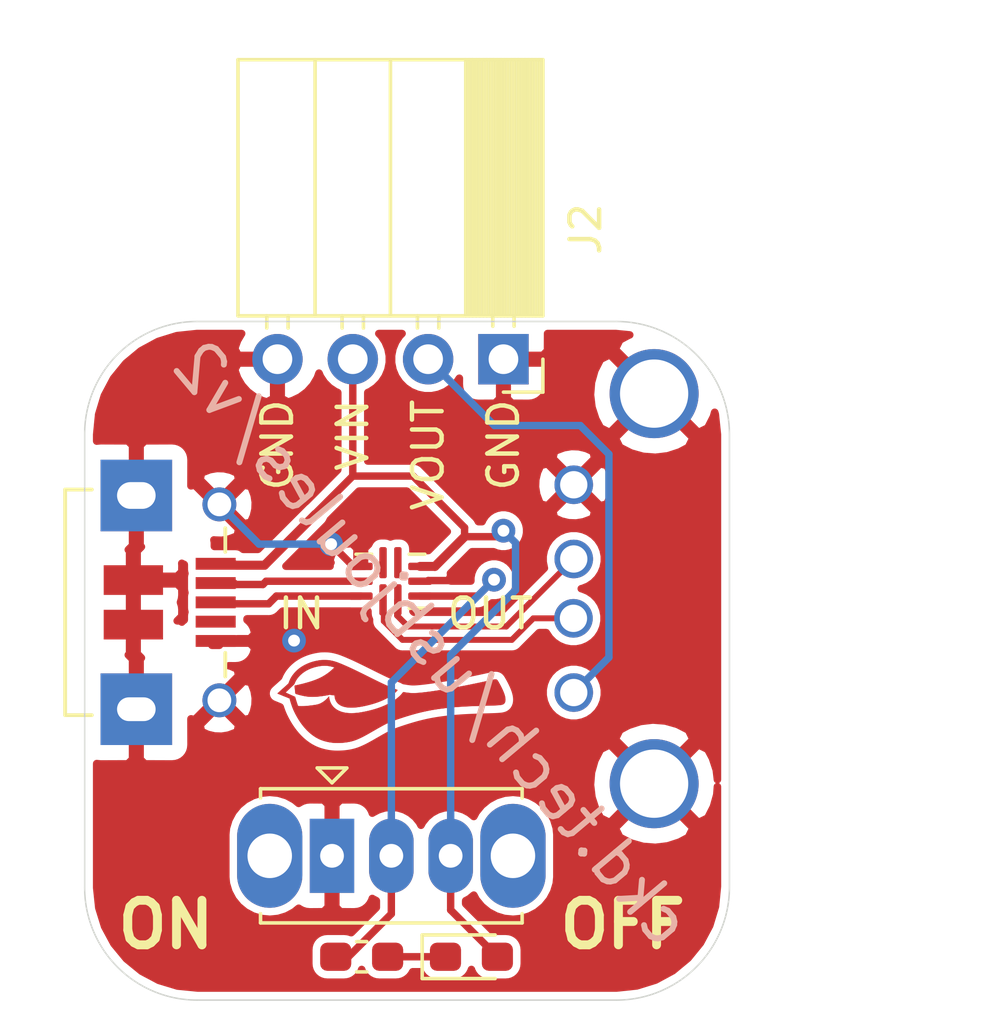
<source format=kicad_pcb>
(kicad_pcb (version 20171130) (host pcbnew 5.1.9)

  (general
    (thickness 1.6)
    (drawings 17)
    (tracks 70)
    (zones 0)
    (modules 8)
    (nets 13)
  )

  (page A4)
  (layers
    (0 F.Cu signal)
    (31 B.Cu signal)
    (32 B.Adhes user)
    (33 F.Adhes user)
    (34 B.Paste user)
    (35 F.Paste user)
    (36 B.SilkS user)
    (37 F.SilkS user)
    (38 B.Mask user)
    (39 F.Mask user)
    (40 Dwgs.User user)
    (41 Cmts.User user)
    (42 Eco1.User user)
    (43 Eco2.User user)
    (44 Edge.Cuts user)
    (45 Margin user)
    (46 B.CrtYd user)
    (47 F.CrtYd user)
    (48 B.Fab user)
    (49 F.Fab user)
  )

  (setup
    (last_trace_width 0.25)
    (user_trace_width 0.3048)
    (trace_clearance 0.2)
    (zone_clearance 0.254)
    (zone_45_only no)
    (trace_min 0.2)
    (via_size 0.8)
    (via_drill 0.4)
    (via_min_size 0.4)
    (via_min_drill 0.3)
    (uvia_size 0.3)
    (uvia_drill 0.1)
    (uvias_allowed no)
    (uvia_min_size 0.2)
    (uvia_min_drill 0.1)
    (edge_width 0.05)
    (segment_width 0.2)
    (pcb_text_width 0.3)
    (pcb_text_size 1.5 1.5)
    (mod_edge_width 0.12)
    (mod_text_size 1 1)
    (mod_text_width 0.15)
    (pad_size 1.524 1.524)
    (pad_drill 0.762)
    (pad_to_mask_clearance 0.051)
    (solder_mask_min_width 0.25)
    (aux_axis_origin 0 0)
    (grid_origin 173.81 103.79)
    (visible_elements FFFFFF7F)
    (pcbplotparams
      (layerselection 0x010fc_ffffffff)
      (usegerberextensions false)
      (usegerberattributes false)
      (usegerberadvancedattributes false)
      (creategerberjobfile false)
      (excludeedgelayer true)
      (linewidth 0.100000)
      (plotframeref false)
      (viasonmask false)
      (mode 1)
      (useauxorigin false)
      (hpglpennumber 1)
      (hpglpenspeed 20)
      (hpglpendiameter 15.000000)
      (psnegative false)
      (psa4output false)
      (plotreference true)
      (plotvalue true)
      (plotinvisibletext false)
      (padsonsilk false)
      (subtractmaskfromsilk false)
      (outputformat 1)
      (mirror false)
      (drillshape 0)
      (scaleselection 1)
      (outputdirectory "gerber"))
  )

  (net 0 "")
  (net 1 +5V)
  (net 2 "Net-(D1-Pad1)")
  (net 3 GND)
  (net 4 /IN-)
  (net 5 /IN+)
  (net 6 "Net-(J1-Pad4)")
  (net 7 VBUS)
  (net 8 /EN)
  (net 9 "Net-(U1-Pad7)")
  (net 10 "Net-(U1-Pad6)")
  (net 11 /OUT+)
  (net 12 /OUT-)

  (net_class Default "This is the default net class."
    (clearance 0.2)
    (trace_width 0.25)
    (via_dia 0.8)
    (via_drill 0.4)
    (uvia_dia 0.3)
    (uvia_drill 0.1)
    (add_net +5V)
    (add_net /EN)
    (add_net /IN+)
    (add_net /IN-)
    (add_net /OUT+)
    (add_net /OUT-)
    (add_net GND)
    (add_net "Net-(D1-Pad1)")
    (add_net "Net-(J1-Pad4)")
    (add_net "Net-(U1-Pad6)")
    (add_net "Net-(U1-Pad7)")
    (add_net VBUS)
  )

  (module adafruit:Amphenol-USB-A-UE27ACX4X0X (layer F.Cu) (tedit 5DD9E7F9) (tstamp 5FEEDF17)
    (at 119.2 112.79 90)
    (path /5FEF147F)
    (fp_text reference J3 (at 0 0.5 90) (layer F.SilkS) hide
      (effects (font (size 1 1) (thickness 0.15)))
    )
    (fp_text value USB_A (at 0 3 90) (layer F.Fab)
      (effects (font (size 1 1) (thickness 0.15)))
    )
    (fp_text user EDGE (at 0 11 90) (layer Dwgs.User)
      (effects (font (size 1 1) (thickness 0.15)))
    )
    (fp_line (start -6.57 10) (end 6.57 10) (layer Dwgs.User) (width 0.12))
    (fp_line (start -6.57 -2.71) (end 6.57 -2.71) (layer Dwgs.User) (width 0.12))
    (pad 1 thru_hole circle (at -3.5 -2.71 90) (size 1.3 1.3) (drill 0.92) (layers *.Cu *.Mask)
      (net 7 VBUS))
    (pad 4 thru_hole circle (at 3.5 -2.71 90) (size 1.3 1.3) (drill 0.92) (layers *.Cu *.Mask)
      (net 3 GND))
    (pad 3 thru_hole circle (at 1 -2.71 90) (size 1.3 1.3) (drill 0.92) (layers *.Cu *.Mask)
      (net 11 /OUT+))
    (pad 2 thru_hole circle (at -1 -2.72 90) (size 1.3 1.3) (drill 0.92) (layers *.Cu *.Mask)
      (net 12 /OUT-))
    (pad 5 thru_hole circle (at 6.57 0 90) (size 3 3) (drill 2.3) (layers *.Cu *.Mask)
      (net 3 GND))
    (pad 5 thru_hole circle (at -6.57 0 90) (size 3 3) (drill 2.3) (layers *.Cu *.Mask)
      (net 3 GND))
  )

  (module Connector_PinSocket_2.54mm:PinSocket_1x04_P2.54mm_Horizontal (layer F.Cu) (tedit 5A19A424) (tstamp 5FEEDF0A)
    (at 114.12 105.06 270)
    (descr "Through hole angled socket strip, 1x04, 2.54mm pitch, 8.51mm socket length, single row (from Kicad 4.0.7), script generated")
    (tags "Through hole angled socket strip THT 1x04 2.54mm single row")
    (path /5FEE90C1)
    (fp_text reference J2 (at -4.38 -2.77 90) (layer F.SilkS)
      (effects (font (size 1 1) (thickness 0.15)))
    )
    (fp_text value Conn_01x04_Female (at -4.38 10.39 90) (layer F.Fab)
      (effects (font (size 1 1) (thickness 0.15)))
    )
    (fp_text user %R (at -5.775 3.81) (layer F.Fab)
      (effects (font (size 1 1) (thickness 0.15)))
    )
    (fp_line (start -10.03 -1.27) (end -2.49 -1.27) (layer F.Fab) (width 0.1))
    (fp_line (start -2.49 -1.27) (end -1.52 -0.3) (layer F.Fab) (width 0.1))
    (fp_line (start -1.52 -0.3) (end -1.52 8.89) (layer F.Fab) (width 0.1))
    (fp_line (start -1.52 8.89) (end -10.03 8.89) (layer F.Fab) (width 0.1))
    (fp_line (start -10.03 8.89) (end -10.03 -1.27) (layer F.Fab) (width 0.1))
    (fp_line (start 0 -0.3) (end -1.52 -0.3) (layer F.Fab) (width 0.1))
    (fp_line (start -1.52 0.3) (end 0 0.3) (layer F.Fab) (width 0.1))
    (fp_line (start 0 0.3) (end 0 -0.3) (layer F.Fab) (width 0.1))
    (fp_line (start 0 2.24) (end -1.52 2.24) (layer F.Fab) (width 0.1))
    (fp_line (start -1.52 2.84) (end 0 2.84) (layer F.Fab) (width 0.1))
    (fp_line (start 0 2.84) (end 0 2.24) (layer F.Fab) (width 0.1))
    (fp_line (start 0 4.78) (end -1.52 4.78) (layer F.Fab) (width 0.1))
    (fp_line (start -1.52 5.38) (end 0 5.38) (layer F.Fab) (width 0.1))
    (fp_line (start 0 5.38) (end 0 4.78) (layer F.Fab) (width 0.1))
    (fp_line (start 0 7.32) (end -1.52 7.32) (layer F.Fab) (width 0.1))
    (fp_line (start -1.52 7.92) (end 0 7.92) (layer F.Fab) (width 0.1))
    (fp_line (start 0 7.92) (end 0 7.32) (layer F.Fab) (width 0.1))
    (fp_line (start -10.09 -1.21) (end -1.46 -1.21) (layer F.SilkS) (width 0.12))
    (fp_line (start -10.09 -1.091905) (end -1.46 -1.091905) (layer F.SilkS) (width 0.12))
    (fp_line (start -10.09 -0.97381) (end -1.46 -0.97381) (layer F.SilkS) (width 0.12))
    (fp_line (start -10.09 -0.855715) (end -1.46 -0.855715) (layer F.SilkS) (width 0.12))
    (fp_line (start -10.09 -0.73762) (end -1.46 -0.73762) (layer F.SilkS) (width 0.12))
    (fp_line (start -10.09 -0.619525) (end -1.46 -0.619525) (layer F.SilkS) (width 0.12))
    (fp_line (start -10.09 -0.50143) (end -1.46 -0.50143) (layer F.SilkS) (width 0.12))
    (fp_line (start -10.09 -0.383335) (end -1.46 -0.383335) (layer F.SilkS) (width 0.12))
    (fp_line (start -10.09 -0.26524) (end -1.46 -0.26524) (layer F.SilkS) (width 0.12))
    (fp_line (start -10.09 -0.147145) (end -1.46 -0.147145) (layer F.SilkS) (width 0.12))
    (fp_line (start -10.09 -0.02905) (end -1.46 -0.02905) (layer F.SilkS) (width 0.12))
    (fp_line (start -10.09 0.089045) (end -1.46 0.089045) (layer F.SilkS) (width 0.12))
    (fp_line (start -10.09 0.20714) (end -1.46 0.20714) (layer F.SilkS) (width 0.12))
    (fp_line (start -10.09 0.325235) (end -1.46 0.325235) (layer F.SilkS) (width 0.12))
    (fp_line (start -10.09 0.44333) (end -1.46 0.44333) (layer F.SilkS) (width 0.12))
    (fp_line (start -10.09 0.561425) (end -1.46 0.561425) (layer F.SilkS) (width 0.12))
    (fp_line (start -10.09 0.67952) (end -1.46 0.67952) (layer F.SilkS) (width 0.12))
    (fp_line (start -10.09 0.797615) (end -1.46 0.797615) (layer F.SilkS) (width 0.12))
    (fp_line (start -10.09 0.91571) (end -1.46 0.91571) (layer F.SilkS) (width 0.12))
    (fp_line (start -10.09 1.033805) (end -1.46 1.033805) (layer F.SilkS) (width 0.12))
    (fp_line (start -10.09 1.1519) (end -1.46 1.1519) (layer F.SilkS) (width 0.12))
    (fp_line (start -1.46 -0.36) (end -1.11 -0.36) (layer F.SilkS) (width 0.12))
    (fp_line (start -1.46 0.36) (end -1.11 0.36) (layer F.SilkS) (width 0.12))
    (fp_line (start -1.46 2.18) (end -1.05 2.18) (layer F.SilkS) (width 0.12))
    (fp_line (start -1.46 2.9) (end -1.05 2.9) (layer F.SilkS) (width 0.12))
    (fp_line (start -1.46 4.72) (end -1.05 4.72) (layer F.SilkS) (width 0.12))
    (fp_line (start -1.46 5.44) (end -1.05 5.44) (layer F.SilkS) (width 0.12))
    (fp_line (start -1.46 7.26) (end -1.05 7.26) (layer F.SilkS) (width 0.12))
    (fp_line (start -1.46 7.98) (end -1.05 7.98) (layer F.SilkS) (width 0.12))
    (fp_line (start -10.09 1.27) (end -1.46 1.27) (layer F.SilkS) (width 0.12))
    (fp_line (start -10.09 3.81) (end -1.46 3.81) (layer F.SilkS) (width 0.12))
    (fp_line (start -10.09 6.35) (end -1.46 6.35) (layer F.SilkS) (width 0.12))
    (fp_line (start -10.09 -1.33) (end -1.46 -1.33) (layer F.SilkS) (width 0.12))
    (fp_line (start -1.46 -1.33) (end -1.46 8.95) (layer F.SilkS) (width 0.12))
    (fp_line (start -10.09 8.95) (end -1.46 8.95) (layer F.SilkS) (width 0.12))
    (fp_line (start -10.09 -1.33) (end -10.09 8.95) (layer F.SilkS) (width 0.12))
    (fp_line (start 1.11 -1.33) (end 1.11 0) (layer F.SilkS) (width 0.12))
    (fp_line (start 0 -1.33) (end 1.11 -1.33) (layer F.SilkS) (width 0.12))
    (fp_line (start 1.75 -1.75) (end -10.55 -1.75) (layer F.CrtYd) (width 0.05))
    (fp_line (start -10.55 -1.75) (end -10.55 9.45) (layer F.CrtYd) (width 0.05))
    (fp_line (start -10.55 9.45) (end 1.75 9.45) (layer F.CrtYd) (width 0.05))
    (fp_line (start 1.75 9.45) (end 1.75 -1.75) (layer F.CrtYd) (width 0.05))
    (pad 4 thru_hole oval (at 0 7.62 270) (size 1.7 1.7) (drill 1) (layers *.Cu *.Mask)
      (net 3 GND))
    (pad 3 thru_hole oval (at 0 5.08 270) (size 1.7 1.7) (drill 1) (layers *.Cu *.Mask)
      (net 1 +5V))
    (pad 2 thru_hole oval (at 0 2.54 270) (size 1.7 1.7) (drill 1) (layers *.Cu *.Mask)
      (net 7 VBUS))
    (pad 1 thru_hole rect (at 0 0 270) (size 1.7 1.7) (drill 1) (layers *.Cu *.Mask)
      (net 3 GND))
    (model ${KISYS3DMOD}/Connector_PinSocket_2.54mm.3dshapes/PinSocket_1x04_P2.54mm_Horizontal.wrl
      (at (xyz 0 0 0))
      (scale (xyz 1 1 1))
      (rotate (xyz 0 0 0))
    )
  )

  (module chickadee:chickadee_3mm_fcu (layer F.Cu) (tedit 0) (tstamp 5DDB7114)
    (at 110.31 116.59)
    (fp_text reference G*** (at 0 0) (layer F.SilkS) hide
      (effects (font (size 1.524 1.524) (thickness 0.3)))
    )
    (fp_text value "Chickadee 3mm" (at 0.75 0) (layer F.SilkS) hide
      (effects (font (size 1.524 1.524) (thickness 0.3)))
    )
    (fp_poly (pts (xy -2.190577 -1.394931) (xy -2.158906 -1.394428) (xy -2.131275 -1.393379) (xy -2.106176 -1.39166)
      (xy -2.082107 -1.389149) (xy -2.057561 -1.385724) (xy -2.031033 -1.38126) (xy -2.009069 -1.377185)
      (xy -1.950214 -1.364422) (xy -1.889117 -1.348355) (xy -1.828664 -1.329818) (xy -1.77174 -1.309646)
      (xy -1.760361 -1.305223) (xy -1.717183 -1.28803) (xy -1.674808 -1.270892) (xy -1.63285 -1.25363)
      (xy -1.59092 -1.236063) (xy -1.548631 -1.218011) (xy -1.505596 -1.199293) (xy -1.461427 -1.179729)
      (xy -1.415735 -1.159138) (xy -1.368134 -1.137341) (xy -1.318236 -1.114156) (xy -1.265653 -1.089403)
      (xy -1.209997 -1.062901) (xy -1.150882 -1.034472) (xy -1.087918 -1.003933) (xy -1.02072 -0.971104)
      (xy -0.948898 -0.935806) (xy -0.872065 -0.897857) (xy -0.789834 -0.857077) (xy -0.701817 -0.813286)
      (xy -0.679097 -0.801963) (xy -0.600817 -0.763019) (xy -0.528298 -0.72712) (xy -0.461051 -0.694039)
      (xy -0.398585 -0.663552) (xy -0.340411 -0.635433) (xy -0.286038 -0.609455) (xy -0.234976 -0.585394)
      (xy -0.186735 -0.563022) (xy -0.140825 -0.542115) (xy -0.096756 -0.522447) (xy -0.054038 -0.503792)
      (xy -0.012181 -0.485924) (xy 0.029306 -0.468618) (xy 0.070912 -0.451647) (xy 0.113128 -0.434787)
      (xy 0.146403 -0.421719) (xy 0.169926 -0.412482) (xy 0.191319 -0.403963) (xy 0.209688 -0.396527)
      (xy 0.224143 -0.39054) (xy 0.233791 -0.386365) (xy 0.237732 -0.384376) (xy 0.237199 -0.380281)
      (xy 0.231987 -0.372263) (xy 0.222739 -0.361032) (xy 0.2101 -0.347296) (xy 0.194712 -0.331764)
      (xy 0.177219 -0.315145) (xy 0.164178 -0.303343) (xy 0.096199 -0.247242) (xy 0.021764 -0.193747)
      (xy -0.059006 -0.142914) (xy -0.145989 -0.0948) (xy -0.239062 -0.049462) (xy -0.338103 -0.006957)
      (xy -0.442991 0.032658) (xy -0.553602 0.069327) (xy -0.669815 0.102992) (xy -0.756708 0.125296)
      (xy -0.857303 0.148538) (xy -0.952291 0.167867) (xy -1.041919 0.183303) (xy -1.126439 0.194868)
      (xy -1.206099 0.20258) (xy -1.281149 0.206462) (xy -1.351837 0.206535) (xy -1.418413 0.202818)
      (xy -1.481126 0.195332) (xy -1.518918 0.18866) (xy -1.57955 0.173748) (xy -1.634906 0.154367)
      (xy -1.684914 0.13059) (xy -1.729501 0.102491) (xy -1.768596 0.070142) (xy -1.802127 0.033617)
      (xy -1.830021 -0.007012) (xy -1.852205 -0.051671) (xy -1.868608 -0.100287) (xy -1.879158 -0.152786)
      (xy -1.882097 -0.17906) (xy -1.882915 -0.190167) (xy -1.883851 -0.198302) (xy -1.885889 -0.204006)
      (xy -1.890009 -0.207822) (xy -1.897194 -0.21029) (xy -1.908425 -0.211954) (xy -1.924685 -0.213354)
      (xy -1.946955 -0.215033) (xy -1.947333 -0.215063) (xy -1.974885 -0.21729) (xy -1.996056 -0.219184)
      (xy -2.011509 -0.220834) (xy -2.021906 -0.222327) (xy -2.02791 -0.223751) (xy -2.030183 -0.225193)
      (xy -2.030082 -0.226026) (xy -2.032027 -0.227335) (xy -2.038861 -0.22756) (xy -2.048532 -0.226886)
      (xy -2.05899 -0.225503) (xy -2.068183 -0.223597) (xy -2.072569 -0.222141) (xy -2.078077 -0.220624)
      (xy -2.089384 -0.218164) (xy -2.105331 -0.214992) (xy -2.124759 -0.211335) (xy -2.146511 -0.207422)
      (xy -2.151944 -0.206471) (xy -2.23343 -0.192964) (xy -2.310846 -0.181591) (xy -2.386734 -0.172013)
      (xy -2.463633 -0.163891) (xy -2.487083 -0.161706) (xy -2.509513 -0.160112) (xy -2.536719 -0.158879)
      (xy -2.567348 -0.158007) (xy -2.600049 -0.157496) (xy -2.633471 -0.157348) (xy -2.666262 -0.157562)
      (xy -2.69707 -0.158139) (xy -2.724545 -0.15908) (xy -2.747334 -0.160385) (xy -2.760486 -0.161598)
      (xy -2.833314 -0.171253) (xy -2.904171 -0.18314) (xy -2.974932 -0.197651) (xy -3.047473 -0.215178)
      (xy -3.123669 -0.23611) (xy -3.139143 -0.240632) (xy -3.161757 -0.247425) (xy -3.178423 -0.252778)
      (xy -3.190018 -0.257041) (xy -3.197422 -0.260562) (xy -3.20151 -0.263691) (xy -3.202943 -0.266032)
      (xy -3.203909 -0.271145) (xy -3.205491 -0.282439) (xy -3.20759 -0.299075) (xy -3.210105 -0.320217)
      (xy -3.212937 -0.345025) (xy -3.215987 -0.372662) (xy -3.219082 -0.401608) (xy -3.222679 -0.435601)
      (xy -3.225565 -0.463243) (xy -3.227688 -0.485209) (xy -3.228999 -0.50217) (xy -3.229447 -0.514802)
      (xy -3.228982 -0.523777) (xy -3.227553 -0.52977) (xy -3.22511 -0.533453) (xy -3.221603 -0.535501)
      (xy -3.216982 -0.536587) (xy -3.211195 -0.537385) (xy -3.208909 -0.537717) (xy -3.197663 -0.539746)
      (xy -3.180611 -0.543203) (xy -3.158807 -0.547849) (xy -3.1333 -0.553445) (xy -3.105142 -0.559751)
      (xy -3.075385 -0.566529) (xy -3.045079 -0.573539) (xy -3.015275 -0.580543) (xy -2.987025 -0.5873)
      (xy -2.96138 -0.593573) (xy -2.942167 -0.598407) (xy -2.839538 -0.625766) (xy -2.743547 -0.653603)
      (xy -2.653787 -0.682055) (xy -2.569847 -0.711258) (xy -2.49132 -0.74135) (xy -2.417797 -0.772466)
      (xy -2.405944 -0.777787) (xy -2.33527 -0.81224) (xy -2.2633 -0.851978) (xy -2.191754 -0.895908)
      (xy -2.122352 -0.942934) (xy -2.05681 -0.991963) (xy -2.012597 -1.028214) (xy -1.994935 -1.043577)
      (xy -1.976602 -1.059988) (xy -1.958316 -1.076756) (xy -1.940794 -1.09319) (xy -1.924751 -1.108599)
      (xy -1.910905 -1.122291) (xy -1.899973 -1.133576) (xy -1.892671 -1.141762) (xy -1.889717 -1.146159)
      (xy -1.889781 -1.146632) (xy -1.895886 -1.149881) (xy -1.907863 -1.154203) (xy -1.924653 -1.159337)
      (xy -1.945199 -1.16502) (xy -1.968444 -1.170989) (xy -1.99333 -1.176981) (xy -2.018801 -1.182735)
      (xy -2.043799 -1.187987) (xy -2.067268 -1.192474) (xy -2.088148 -1.195935) (xy -2.088444 -1.195979)
      (xy -2.143487 -1.202523) (xy -2.197821 -1.205577) (xy -2.252961 -1.205107) (xy -2.310419 -1.201077)
      (xy -2.371711 -1.193452) (xy -2.401539 -1.188739) (xy -2.494796 -1.17015) (xy -2.584229 -1.146293)
      (xy -2.669623 -1.117275) (xy -2.750766 -1.083203) (xy -2.827443 -1.044182) (xy -2.899442 -1.000319)
      (xy -2.966549 -0.95172) (xy -3.028551 -0.898491) (xy -3.072051 -0.855085) (xy -3.114426 -0.806444)
      (xy -3.152464 -0.755667) (xy -3.185507 -0.70377) (xy -3.212895 -0.65177) (xy -3.230344 -0.610645)
      (xy -3.23532 -0.598231) (xy -3.239944 -0.588063) (xy -3.243211 -0.582348) (xy -3.246468 -0.579042)
      (xy -3.254369 -0.57133) (xy -3.266439 -0.559666) (xy -3.282207 -0.544504) (xy -3.301199 -0.526296)
      (xy -3.322943 -0.505496) (xy -3.346966 -0.482558) (xy -3.372795 -0.457935) (xy -3.391958 -0.439691)
      (xy -3.418659 -0.414263) (xy -3.443792 -0.390288) (xy -3.466896 -0.368206) (xy -3.487514 -0.34846)
      (xy -3.505187 -0.331487) (xy -3.519455 -0.31773) (xy -3.529861 -0.307629) (xy -3.535945 -0.301624)
      (xy -3.537393 -0.300078) (xy -3.534428 -0.298301) (xy -3.525616 -0.293948) (xy -3.511564 -0.287299)
      (xy -3.492877 -0.278632) (xy -3.470164 -0.268227) (xy -3.444028 -0.256363) (xy -3.415077 -0.243317)
      (xy -3.383917 -0.22937) (xy -3.376532 -0.226077) (xy -3.214874 -0.154058) (xy -3.198019 -0.093786)
      (xy -3.189906 -0.065801) (xy -3.180059 -0.033466) (xy -3.169084 0.001347) (xy -3.157589 0.036762)
      (xy -3.146183 0.070907) (xy -3.135473 0.101907) (xy -3.126489 0.126757) (xy -3.121041 0.140443)
      (xy -3.116521 0.148917) (xy -3.111864 0.153733) (xy -3.10617 0.156392) (xy -3.098868 0.157558)
      (xy -3.085547 0.158496) (xy -3.06724 0.159209) (xy -3.04498 0.159697) (xy -3.019799 0.159965)
      (xy -2.992731 0.160013) (xy -2.964808 0.159845) (xy -2.937063 0.159461) (xy -2.910528 0.158866)
      (xy -2.886237 0.15806) (xy -2.865223 0.157046) (xy -2.848681 0.155841) (xy -2.685739 0.138212)
      (xy -2.585861 0.124838) (xy -2.543141 0.1184) (xy -2.506322 0.1121) (xy -2.474266 0.105624)
      (xy -2.445833 0.098661) (xy -2.419884 0.090899) (xy -2.395279 0.082025) (xy -2.370878 0.071727)
      (xy -2.345543 0.059694) (xy -2.342444 0.058147) (xy -2.286885 0.026813) (xy -2.232336 -0.010789)
      (xy -2.179767 -0.053872) (xy -2.130148 -0.101647) (xy -2.089686 -0.146958) (xy -2.071653 -0.168681)
      (xy -2.069252 -0.143431) (xy -2.062225 -0.096009) (xy -2.050319 -0.046832) (xy -2.034198 0.002224)
      (xy -2.014523 0.049282) (xy -1.991958 0.092463) (xy -1.978281 0.114289) (xy -1.94066 0.164006)
      (xy -1.897859 0.209003) (xy -1.849963 0.249251) (xy -1.797063 0.284723) (xy -1.739243 0.315389)
      (xy -1.676594 0.341223) (xy -1.609201 0.362197) (xy -1.537152 0.378282) (xy -1.460535 0.389451)
      (xy -1.379438 0.395676) (xy -1.293947 0.396929) (xy -1.204152 0.393182) (xy -1.125361 0.386139)
      (xy -1.052218 0.376822) (xy -0.974125 0.364509) (xy -0.892379 0.349481) (xy -0.808276 0.332024)
      (xy -0.723113 0.312418) (xy -0.638187 0.290949) (xy -0.554795 0.267899) (xy -0.478014 0.244745)
      (xy -0.38054 0.212112) (xy -0.286214 0.17667) (xy -0.195387 0.138629) (xy -0.108408 0.098203)
      (xy -0.025628 0.0556) (xy 0.052604 0.011034) (xy 0.125937 -0.035286) (xy 0.194021 -0.083147)
      (xy 0.256506 -0.132339) (xy 0.313041 -0.18265) (xy 0.363278 -0.233869) (xy 0.406865 -0.285785)
      (xy 0.411516 -0.291897) (xy 0.421132 -0.304324) (xy 0.427892 -0.311896) (xy 0.432929 -0.315578)
      (xy 0.437377 -0.316336) (xy 0.439726 -0.315921) (xy 0.459163 -0.311612) (xy 0.48424 -0.30693)
      (xy 0.513568 -0.302078) (xy 0.545757 -0.297263) (xy 0.579415 -0.292687) (xy 0.613152 -0.288557)
      (xy 0.645578 -0.285077) (xy 0.656167 -0.284068) (xy 0.687905 -0.281538) (xy 0.719888 -0.279816)
      (xy 0.752791 -0.278933) (xy 0.78729 -0.27892) (xy 0.82406 -0.279806) (xy 0.863775 -0.281623)
      (xy 0.907113 -0.284401) (xy 0.954746 -0.288171) (xy 1.007352 -0.292963) (xy 1.065605 -0.298808)
      (xy 1.127125 -0.3054) (xy 1.216165 -0.315763) (xy 1.311639 -0.327982) (xy 1.413193 -0.341993)
      (xy 1.520469 -0.357731) (xy 1.633115 -0.375132) (xy 1.750774 -0.394133) (xy 1.873091 -0.414668)
      (xy 1.999712 -0.436674) (xy 2.13028 -0.460086) (xy 2.264441 -0.48484) (xy 2.40184 -0.510872)
      (xy 2.542121 -0.538118) (xy 2.68493 -0.566514) (xy 2.829911 -0.595994) (xy 2.976709 -0.626495)
      (xy 3.124969 -0.657954) (xy 3.274335 -0.690304) (xy 3.361972 -0.709592) (xy 3.406466 -0.719446)
      (xy 3.444684 -0.727733) (xy 3.477258 -0.73432) (xy 3.504823 -0.739072) (xy 3.528011 -0.741854)
      (xy 3.547455 -0.742532) (xy 3.563788 -0.740972) (xy 3.577642 -0.737038) (xy 3.589652 -0.730596)
      (xy 3.600449 -0.721512) (xy 3.610667 -0.709652) (xy 3.620938 -0.69488) (xy 3.631896 -0.677062)
      (xy 3.644174 -0.656064) (xy 3.648453 -0.648705) (xy 3.685722 -0.582928) (xy 3.720654 -0.517678)
      (xy 3.752855 -0.453786) (xy 3.781929 -0.392085) (xy 3.807481 -0.333406) (xy 3.829117 -0.278581)
      (xy 3.842982 -0.239141) (xy 3.858442 -0.186728) (xy 3.869158 -0.137816) (xy 3.875158 -0.092633)
      (xy 3.876469 -0.051406) (xy 3.873119 -0.014365) (xy 3.865134 0.018262) (xy 3.852543 0.046247)
      (xy 3.835372 0.069362) (xy 3.813649 0.087378) (xy 3.803124 0.093395) (xy 3.792991 0.098154)
      (xy 3.781941 0.102524) (xy 3.769615 0.106533) (xy 3.755657 0.110209) (xy 3.739709 0.113581)
      (xy 3.721413 0.116677) (xy 3.700414 0.119524) (xy 3.676352 0.122152) (xy 3.648872 0.124587)
      (xy 3.617615 0.126859) (xy 3.582225 0.128995) (xy 3.542343 0.131023) (xy 3.497613 0.132973)
      (xy 3.447677 0.134871) (xy 3.392178 0.136746) (xy 3.330759 0.138626) (xy 3.263062 0.14054)
      (xy 3.188731 0.142515) (xy 3.175 0.142869) (xy 3.052923 0.146207) (xy 2.937344 0.149786)
      (xy 2.827707 0.153639) (xy 2.723456 0.157794) (xy 2.624037 0.162284) (xy 2.528895 0.167138)
      (xy 2.437474 0.172388) (xy 2.349219 0.178064) (xy 2.263574 0.184196) (xy 2.179985 0.190816)
      (xy 2.097897 0.197954) (xy 2.016754 0.20564) (xy 1.989667 0.208345) (xy 1.860967 0.222177)
      (xy 1.736502 0.237273) (xy 1.615523 0.253805) (xy 1.497281 0.271941) (xy 1.381028 0.291851)
      (xy 1.266016 0.313705) (xy 1.151496 0.337671) (xy 1.036721 0.36392) (xy 0.920941 0.39262)
      (xy 0.803408 0.423942) (xy 0.683373 0.458054) (xy 0.56009 0.495127) (xy 0.432808 0.535329)
      (xy 0.30078 0.57883) (xy 0.195792 0.614551) (xy 0.145932 0.632059) (xy 0.0984 0.649485)
      (xy 0.052527 0.66715) (xy 0.007643 0.685374) (xy -0.03692 0.704476) (xy -0.081833 0.724779)
      (xy -0.127765 0.746601) (xy -0.175385 0.770263) (xy -0.225363 0.796085) (xy -0.278367 0.824388)
      (xy -0.335068 0.855492) (xy -0.396135 0.889717) (xy -0.462237 0.927384) (xy -0.483306 0.939493)
      (xy -0.541927 0.973223) (xy -0.594898 1.003651) (xy -0.642666 1.031025) (xy -0.685679 1.055591)
      (xy -0.724384 1.077596) (xy -0.759229 1.097287) (xy -0.790662 1.11491) (xy -0.81913 1.130714)
      (xy -0.845081 1.144944) (xy -0.868963 1.157848) (xy -0.891223 1.169672) (xy -0.912308 1.180664)
      (xy -0.932668 1.19107) (xy -0.952748 1.201138) (xy -0.972997 1.211113) (xy -0.993862 1.221244)
      (xy -0.995694 1.222128) (xy -1.063133 1.253565) (xy -1.12675 1.280819) (xy -1.187918 1.304282)
      (xy -1.248008 1.324345) (xy -1.308391 1.341402) (xy -1.37044 1.355844) (xy -1.435526 1.368064)
      (xy -1.505022 1.378454) (xy -1.569861 1.386279) (xy -1.610848 1.390039) (xy -1.656794 1.392999)
      (xy -1.705642 1.395105) (xy -1.755337 1.396301) (xy -1.803821 1.396532) (xy -1.849038 1.395744)
      (xy -1.878542 1.394508) (xy -1.958088 1.387865) (xy -2.038544 1.376743) (xy -2.118722 1.361443)
      (xy -2.197433 1.342263) (xy -2.273489 1.319501) (xy -2.345702 1.293456) (xy -2.412884 1.264427)
      (xy -2.430992 1.255625) (xy -2.511972 1.211372) (xy -2.591194 1.160408) (xy -2.668518 1.102893)
      (xy -2.743805 1.038983) (xy -2.816914 0.968836) (xy -2.887705 0.89261) (xy -2.95604 0.810463)
      (xy -3.021777 0.722552) (xy -3.084778 0.629036) (xy -3.144903 0.53007) (xy -3.202011 0.425814)
      (xy -3.247103 0.335201) (xy -3.265441 0.295287) (xy -3.283063 0.253922) (xy -3.300474 0.209814)
      (xy -3.318181 0.161672) (xy -3.33669 0.108204) (xy -3.341035 0.09525) (xy -3.348704 0.071804)
      (xy -3.356807 0.046214) (xy -3.364992 0.019673) (xy -3.372907 -0.006627) (xy -3.380199 -0.031492)
      (xy -3.386515 -0.053731) (xy -3.391504 -0.072152) (xy -3.394813 -0.08556) (xy -3.395622 -0.089442)
      (xy -3.397791 -0.101004) (xy -3.602405 -0.183572) (xy -3.638385 -0.198117) (xy -3.672393 -0.211915)
      (xy -3.703868 -0.224734) (xy -3.732252 -0.236346) (xy -3.756986 -0.24652) (xy -3.77751 -0.255026)
      (xy -3.793266 -0.261633) (xy -3.803693 -0.266111) (xy -3.808232 -0.268231) (xy -3.808381 -0.268344)
      (xy -3.80604 -0.270994) (xy -3.798838 -0.27795) (xy -3.787188 -0.288837) (xy -3.771505 -0.303276)
      (xy -3.752203 -0.320892) (xy -3.729696 -0.341306) (xy -3.704399 -0.364141) (xy -3.676726 -0.389021)
      (xy -3.647091 -0.415568) (xy -3.621714 -0.438231) (xy -3.585698 -0.47036) (xy -3.554584 -0.498154)
      (xy -3.528002 -0.521967) (xy -3.505585 -0.542152) (xy -3.486962 -0.559065) (xy -3.471765 -0.573058)
      (xy -3.459624 -0.584487) (xy -3.45017 -0.593706) (xy -3.443035 -0.601069) (xy -3.437848 -0.606929)
      (xy -3.434241 -0.611642) (xy -3.431844 -0.615561) (xy -3.430288 -0.619041) (xy -3.429205 -0.622435)
      (xy -3.429021 -0.623103) (xy -3.422612 -0.643652) (xy -3.41351 -0.668602) (xy -3.40244 -0.696184)
      (xy -3.390126 -0.724625) (xy -3.377295 -0.752157) (xy -3.3707 -0.765446) (xy -3.338251 -0.823655)
      (xy -3.301023 -0.87978) (xy -3.258334 -0.934751) (xy -3.209501 -0.989498) (xy -3.196358 -1.003151)
      (xy -3.140849 -1.05669) (xy -3.083569 -1.105173) (xy -3.023315 -1.149469) (xy -2.958883 -1.190443)
      (xy -2.889069 -1.228963) (xy -2.868083 -1.23958) (xy -2.800029 -1.271452) (xy -2.732015 -1.299287)
      (xy -2.662813 -1.323459) (xy -2.591193 -1.344341) (xy -2.515928 -1.362308) (xy -2.435788 -1.377732)
      (xy -2.38932 -1.385248) (xy -2.369484 -1.388168) (xy -2.352156 -1.390434) (xy -2.335939 -1.39213)
      (xy -2.319438 -1.393341) (xy -2.301258 -1.394152) (xy -2.280002 -1.394645) (xy -2.254276 -1.394906)
      (xy -2.227792 -1.395009) (xy -2.190577 -1.394931)) (layer F.Cu) (width 0.01))
    (fp_poly (pts (xy -2.158969 -1.476897) (xy -2.121134 -1.475122) (xy -2.085237 -1.47205) (xy -2.049588 -1.467549)
      (xy -2.012501 -1.461488) (xy -1.987463 -1.456774) (xy -1.950495 -1.449127) (xy -1.91523 -1.440944)
      (xy -1.880622 -1.431892) (xy -1.845624 -1.421636) (xy -1.809191 -1.409844) (xy -1.770278 -1.396182)
      (xy -1.727839 -1.380316) (xy -1.680827 -1.361912) (xy -1.645263 -1.347594) (xy -1.598042 -1.328195)
      (xy -1.550102 -1.308057) (xy -1.501041 -1.286989) (xy -1.450453 -1.264801) (xy -1.397934 -1.241305)
      (xy -1.343079 -1.216311) (xy -1.285486 -1.189628) (xy -1.224749 -1.161068) (xy -1.160464 -1.130441)
      (xy -1.092227 -1.097558) (xy -1.019635 -1.062228) (xy -0.942281 -1.024263) (xy -0.859764 -0.983472)
      (xy -0.771677 -0.939667) (xy -0.713915 -0.910823) (xy -0.632201 -0.870036) (xy -0.556268 -0.832302)
      (xy -0.485642 -0.797404) (xy -0.419851 -0.765125) (xy -0.358423 -0.735248) (xy -0.300885 -0.707556)
      (xy -0.246765 -0.681833) (xy -0.195591 -0.657862) (xy -0.146889 -0.635425) (xy -0.100189 -0.614305)
      (xy -0.055018 -0.594286) (xy -0.010903 -0.575152) (xy 0.032629 -0.556684) (xy 0.076049 -0.538666)
      (xy 0.119829 -0.520881) (xy 0.164443 -0.503112) (xy 0.210363 -0.485143) (xy 0.227542 -0.478491)
      (xy 0.251524 -0.469207) (xy 0.273788 -0.460545) (xy 0.293348 -0.452891) (xy 0.309219 -0.446634)
      (xy 0.320414 -0.44216) (xy 0.325784 -0.43993) (xy 0.335832 -0.435427) (xy 0.320698 -0.416151)
      (xy 0.308889 -0.402098) (xy 0.29292 -0.384518) (xy 0.273921 -0.364551) (xy 0.253023 -0.343337)
      (xy 0.231357 -0.322014) (xy 0.210055 -0.301723) (xy 0.190246 -0.283603) (xy 0.181681 -0.27608)
      (xy 0.106102 -0.214961) (xy 0.024352 -0.156762) (xy -0.063253 -0.101625) (xy -0.156399 -0.049694)
      (xy -0.254769 -0.001114) (xy -0.358048 0.043973) (xy -0.465921 0.085422) (xy -0.578072 0.123091)
      (xy -0.694186 0.156835) (xy -0.813946 0.18651) (xy -0.853722 0.195281) (xy -0.912747 0.207567)
      (xy -0.966586 0.218013) (xy -1.016795 0.226877) (xy -1.064926 0.234413) (xy -1.112531 0.240877)
      (xy -1.161165 0.246526) (xy -1.171222 0.247588) (xy -1.191268 0.249185) (xy -1.216488 0.250438)
      (xy -1.245561 0.251348) (xy -1.277167 0.251913) (xy -1.309986 0.252134) (xy -1.342697 0.252011)
      (xy -1.37398 0.251543) (xy -1.402515 0.25073) (xy -1.426981 0.249572) (xy -1.446059 0.248069)
      (xy -1.449917 0.247629) (xy -1.520413 0.236359) (xy -1.585332 0.220777) (xy -1.644686 0.200875)
      (xy -1.698489 0.176642) (xy -1.746754 0.148071) (xy -1.789494 0.115152) (xy -1.826725 0.077875)
      (xy -1.858458 0.036233) (xy -1.884708 -0.009784) (xy -1.904186 -0.056444) (xy -1.913436 -0.084664)
      (xy -1.92005 -0.11021) (xy -1.924389 -0.13533) (xy -1.926811 -0.162274) (xy -1.927677 -0.19329)
      (xy -1.927689 -0.20331) (xy -1.927494 -0.260217) (xy -1.950459 -0.26257) (xy -1.973423 -0.264922)
      (xy -2.023181 -0.23099) (xy -2.022739 -0.181641) (xy -2.018754 -0.12341) (xy -2.007973 -0.066659)
      (xy -1.990573 -0.011805) (xy -1.966733 0.040732) (xy -1.936631 0.090536) (xy -1.900446 0.137188)
      (xy -1.875226 0.164155) (xy -1.83459 0.201) (xy -1.79086 0.233371) (xy -1.743528 0.261491)
      (xy -1.692089 0.285584) (xy -1.636034 0.305873) (xy -1.574857 0.322584) (xy -1.508052 0.335938)
      (xy -1.474611 0.341113) (xy -1.453545 0.343389) (xy -1.426697 0.345185) (xy -1.395325 0.3465)
      (xy -1.360685 0.347334) (xy -1.324034 0.347688) (xy -1.286631 0.347562) (xy -1.249731 0.346956)
      (xy -1.214593 0.34587) (xy -1.182474 0.344303) (xy -1.15463 0.342257) (xy -1.143 0.341088)
      (xy -1.028753 0.325915) (xy -0.913621 0.306055) (xy -0.798476 0.28177) (xy -0.684191 0.253321)
      (xy -0.571641 0.220969) (xy -0.461697 0.184975) (xy -0.355234 0.1456) (xy -0.253124 0.103106)
      (xy -0.15624 0.057754) (xy -0.101392 0.029498) (xy -0.018282 -0.017249) (xy 0.060658 -0.066369)
      (xy 0.134981 -0.117513) (xy 0.204241 -0.170332) (xy 0.267993 -0.224478) (xy 0.325791 -0.279603)
      (xy 0.377188 -0.335357) (xy 0.39888 -0.36152) (xy 0.413589 -0.379428) (xy 0.424647 -0.391741)
      (xy 0.432321 -0.398733) (xy 0.436878 -0.400678) (xy 0.437106 -0.400627) (xy 0.451682 -0.396988)
      (xy 0.472129 -0.392861) (xy 0.497296 -0.388412) (xy 0.526029 -0.383807) (xy 0.557174 -0.379213)
      (xy 0.589579 -0.374796) (xy 0.622091 -0.370724) (xy 0.653556 -0.367163) (xy 0.682821 -0.36428)
      (xy 0.696736 -0.363107) (xy 0.726996 -0.36137) (xy 0.760509 -0.360689) (xy 0.797721 -0.361091)
      (xy 0.839075 -0.362602) (xy 0.885017 -0.36525) (xy 0.935991 -0.369062) (xy 0.992441 -0.374063)
      (xy 1.054812 -0.380281) (xy 1.123548 -0.387744) (xy 1.144764 -0.390147) (xy 1.242696 -0.401961)
      (xy 1.34711 -0.415747) (xy 1.457726 -0.431456) (xy 1.574267 -0.449038) (xy 1.696454 -0.468441)
      (xy 1.824011 -0.489614) (xy 1.956657 -0.512508) (xy 2.094117 -0.537072) (xy 2.23611 -0.563254)
      (xy 2.38236 -0.591005) (xy 2.532588 -0.620273) (xy 2.686517 -0.651009) (xy 2.843867 -0.68316)
      (xy 3.004361 -0.716678) (xy 3.167721 -0.751511) (xy 3.333669 -0.787608) (xy 3.361972 -0.793834)
      (xy 3.393505 -0.800732) (xy 3.423573 -0.807213) (xy 3.451326 -0.813101) (xy 3.475913 -0.81822)
      (xy 3.496484 -0.822393) (xy 3.512186 -0.825444) (xy 3.52217 -0.827196) (xy 3.52425 -0.82748)
      (xy 3.551629 -0.827397) (xy 3.580597 -0.821802) (xy 3.609337 -0.81136) (xy 3.636032 -0.796737)
      (xy 3.658863 -0.7786) (xy 3.659577 -0.777903) (xy 3.670334 -0.765542) (xy 3.683559 -0.747416)
      (xy 3.698873 -0.724218) (xy 3.715898 -0.696638) (xy 3.734253 -0.665367) (xy 3.753562 -0.631098)
      (xy 3.773444 -0.594521) (xy 3.793521 -0.556329) (xy 3.813415 -0.517211) (xy 3.832747 -0.477861)
      (xy 3.851137 -0.438969) (xy 3.868208 -0.401226) (xy 3.876938 -0.381112) (xy 3.904418 -0.312172)
      (xy 3.926295 -0.247247) (xy 3.942564 -0.186369) (xy 3.95322 -0.129572) (xy 3.958258 -0.076888)
      (xy 3.957674 -0.02835) (xy 3.951462 0.016008) (xy 3.940303 0.054355) (xy 3.930721 0.074617)
      (xy 3.917158 0.09653) (xy 3.901359 0.117628) (xy 3.885072 0.135441) (xy 3.879089 0.14086)
      (xy 3.8637 0.152771) (xy 3.847081 0.163287) (xy 3.828689 0.172518) (xy 3.807978 0.180574)
      (xy 3.784406 0.187565) (xy 3.757427 0.193602) (xy 3.726498 0.198794) (xy 3.691074 0.203252)
      (xy 3.650612 0.207086) (xy 3.604567 0.210405) (xy 3.552396 0.213321) (xy 3.511903 0.215182)
      (xy 3.492132 0.215961) (xy 3.466304 0.216876) (xy 3.435416 0.217897) (xy 3.400464 0.218994)
      (xy 3.362446 0.220137) (xy 3.322357 0.221294) (xy 3.281195 0.222437) (xy 3.239956 0.223534)
      (xy 3.219097 0.22407) (xy 3.113132 0.226865) (xy 3.013623 0.229728) (xy 2.919971 0.232688)
      (xy 2.831576 0.235774) (xy 2.74784 0.239016) (xy 2.668162 0.242444) (xy 2.591944 0.246086)
      (xy 2.518587 0.249972) (xy 2.447491 0.254132) (xy 2.378056 0.258595) (xy 2.309683 0.26339)
      (xy 2.241774 0.268548) (xy 2.173729 0.274096) (xy 2.137833 0.277168) (xy 1.985425 0.291484)
      (xy 1.838916 0.307501) (xy 1.697314 0.325426) (xy 1.559629 0.345462) (xy 1.424869 0.367813)
      (xy 1.292042 0.392686) (xy 1.160156 0.420283) (xy 1.028221 0.450811) (xy 0.895244 0.484473)
      (xy 0.760234 0.521474) (xy 0.622199 0.562018) (xy 0.480149 0.606311) (xy 0.372181 0.641516)
      (xy 0.315529 0.660415) (xy 0.263101 0.678181) (xy 0.214324 0.695079) (xy 0.168627 0.711377)
      (xy 0.125437 0.72734) (xy 0.084184 0.743235) (xy 0.044295 0.759327) (xy 0.005199 0.775884)
      (xy -0.033675 0.79317) (xy -0.072901 0.811452) (xy -0.113048 0.830997) (xy -0.15469 0.852071)
      (xy -0.198398 0.874939) (xy -0.244743 0.899869) (xy -0.294297 0.927125) (xy -0.347632 0.956975)
      (xy -0.40532 0.989684) (xy -0.467932 1.025519) (xy -0.532694 1.062815) (xy -0.582887 1.091743)
      (xy -0.627657 1.11745) (xy -0.667661 1.140298) (xy -0.703555 1.160648) (xy -0.735994 1.178863)
      (xy -0.765635 1.195303) (xy -0.793134 1.21033) (xy -0.819147 1.224307) (xy -0.84433 1.237594)
      (xy -0.869338 1.250554) (xy -0.894828 1.263549) (xy -0.917222 1.27482) (xy -0.982539 1.306741)
      (xy -1.043326 1.334702) (xy -1.100631 1.359064) (xy -1.155499 1.380188) (xy -1.208978 1.398436)
      (xy -1.262115 1.414169) (xy -1.315957 1.427748) (xy -1.371551 1.439537) (xy -1.419025 1.448094)
      (xy -1.478301 1.457475) (xy -1.532886 1.464849) (xy -1.584804 1.470377) (xy -1.636074 1.474223)
      (xy -1.688721 1.47655) (xy -1.744766 1.477522) (xy -1.783292 1.477509) (xy -1.80988 1.477309)
      (xy -1.834924 1.477051) (xy -1.85733 1.476751) (xy -1.876003 1.476426) (xy -1.889851 1.476092)
      (xy -1.897777 1.475767) (xy -1.897944 1.475755) (xy -1.988991 1.46674) (xy -2.0788 1.453096)
      (xy -2.166515 1.435042) (xy -2.251282 1.412798) (xy -2.332244 1.386583) (xy -2.408545 1.356619)
      (xy -2.466209 1.329817) (xy -2.552043 1.282919) (xy -2.63567 1.229377) (xy -2.717012 1.169273)
      (xy -2.795994 1.10269) (xy -2.872539 1.029708) (xy -2.946571 0.950411) (xy -3.018015 0.864879)
      (xy -3.086793 0.773196) (xy -3.152829 0.675442) (xy -3.216048 0.571701) (xy -3.276373 0.462053)
      (xy -3.2807 0.453746) (xy -3.317707 0.378734) (xy -3.352221 0.300989) (xy -3.3846 0.21958)
      (xy -3.415202 0.133574) (xy -3.444388 0.042039) (xy -3.46089 -0.014242) (xy -3.468457 -0.040831)
      (xy -3.714194 -0.139956) (xy -3.753671 -0.155931) (xy -3.791187 -0.171209) (xy -3.826234 -0.185578)
      (xy -3.858306 -0.198827) (xy -3.886898 -0.210743) (xy -3.911502 -0.221113) (xy -3.931612 -0.229726)
      (xy -3.946722 -0.23637) (xy -3.956326 -0.240832) (xy -3.959917 -0.242899) (xy -3.959931 -0.242945)
      (xy -3.957356 -0.245822) (xy -3.949885 -0.253035) (xy -3.937902 -0.264238) (xy -3.921787 -0.279083)
      (xy -3.901922 -0.297224) (xy -3.87869 -0.318314) (xy -3.852471 -0.342006) (xy -3.823649 -0.367952)
      (xy -3.792605 -0.395807) (xy -3.75972 -0.425222) (xy -3.734153 -0.448034) (xy -3.508375 -0.649259)
      (xy -3.493997 -0.688978) (xy -3.465662 -0.759052) (xy -3.432414 -0.825955) (xy -3.393848 -0.890293)
      (xy -3.349555 -0.952676) (xy -3.29913 -1.013713) (xy -3.242165 -1.07401) (xy -3.225776 -1.090083)
      (xy -3.158462 -1.150261) (xy -3.08587 -1.205941) (xy -3.008266 -1.25699) (xy -2.925914 -1.303278)
      (xy -2.839079 -1.34467) (xy -2.748026 -1.381036) (xy -2.653021 -1.412242) (xy -2.554329 -1.438158)
      (xy -2.50825 -1.448166) (xy -2.463853 -1.456803) (xy -2.424131 -1.463573) (xy -2.387021 -1.468705)
      (xy -2.35046 -1.472428) (xy -2.312386 -1.474971) (xy -2.270735 -1.476561) (xy -2.247194 -1.477084)
      (xy -2.200426 -1.477507) (xy -2.158969 -1.476897)) (layer F.Mask) (width 0.01))
  )

  (module Package_DFN_QFN:UQFN-10_1.6x2.1mm_P0.5mm (layer F.Cu) (tedit 5B5C1E86) (tstamp 5DDA3136)
    (at 110.31 112.54 90)
    (descr "UQFN, 10 Pin (http://ww1.microchip.com/downloads/en/DeviceDoc/00001725D.pdf (Page 12)), generated with kicad-footprint-generator ipc_dfn_qfn_generator.py")
    (tags "UQFN DFN_QFN")
    (path /5DD9FA7E)
    (attr smd)
    (fp_text reference U1 (at 0 -2.35 90) (layer F.SilkS) hide
      (effects (font (size 1 1) (thickness 0.15)))
    )
    (fp_text value USB3740B-AI9 (at 0 2.35 90) (layer F.Fab)
      (effects (font (size 1 1) (thickness 0.15)))
    )
    (fp_line (start 0.91 -1.16) (end 0.91 -0.635) (layer F.SilkS) (width 0.12))
    (fp_line (start -0.91 1.16) (end -0.91 0.635) (layer F.SilkS) (width 0.12))
    (fp_line (start 0.91 1.16) (end 0.91 0.635) (layer F.SilkS) (width 0.12))
    (fp_line (start -0.4 -1.05) (end 0.8 -1.05) (layer F.Fab) (width 0.1))
    (fp_line (start 0.8 -1.05) (end 0.8 1.05) (layer F.Fab) (width 0.1))
    (fp_line (start 0.8 1.05) (end -0.8 1.05) (layer F.Fab) (width 0.1))
    (fp_line (start -0.8 1.05) (end -0.8 -0.65) (layer F.Fab) (width 0.1))
    (fp_line (start -0.8 -0.65) (end -0.4 -1.05) (layer F.Fab) (width 0.1))
    (fp_line (start -1.4 -1.65) (end -1.4 1.65) (layer F.CrtYd) (width 0.05))
    (fp_line (start -1.4 1.65) (end 1.4 1.65) (layer F.CrtYd) (width 0.05))
    (fp_line (start 1.4 1.65) (end 1.4 -1.65) (layer F.CrtYd) (width 0.05))
    (fp_line (start 1.4 -1.65) (end -1.4 -1.65) (layer F.CrtYd) (width 0.05))
    (fp_text user %R (at 0 0 90) (layer F.Fab)
      (effects (font (size 0.4 0.4) (thickness 0.06)))
    )
    (pad 10 smd roundrect (at -0.5 -1 90) (size 0.25 0.8) (layers F.Cu F.Paste F.Mask) (roundrect_rratio 0.25)
      (net 5 /IN+))
    (pad 9 smd roundrect (at 0 -1 90) (size 0.25 0.8) (layers F.Cu F.Paste F.Mask) (roundrect_rratio 0.25)
      (net 4 /IN-))
    (pad 8 smd roundrect (at 0.5 -1 90) (size 0.25 0.8) (layers F.Cu F.Paste F.Mask) (roundrect_rratio 0.25)
      (net 3 GND))
    (pad 7 smd roundrect (at 0.625 -0.25 90) (size 1.05 0.25) (layers F.Cu F.Paste F.Mask) (roundrect_rratio 0.25)
      (net 9 "Net-(U1-Pad7)"))
    (pad 6 smd roundrect (at 0.625 0.25 90) (size 1.05 0.25) (layers F.Cu F.Paste F.Mask) (roundrect_rratio 0.25)
      (net 10 "Net-(U1-Pad6)"))
    (pad 5 smd roundrect (at 0.5 1 90) (size 0.25 0.8) (layers F.Cu F.Paste F.Mask) (roundrect_rratio 0.25)
      (net 1 +5V))
    (pad 4 smd roundrect (at 0 1 90) (size 0.25 0.8) (layers F.Cu F.Paste F.Mask) (roundrect_rratio 0.25)
      (net 3 GND))
    (pad 3 smd roundrect (at -0.5 1 90) (size 0.25 0.8) (layers F.Cu F.Paste F.Mask) (roundrect_rratio 0.25)
      (net 8 /EN))
    (pad 2 smd roundrect (at -0.625 0.25 90) (size 1.05 0.25) (layers F.Cu F.Paste F.Mask) (roundrect_rratio 0.25)
      (net 11 /OUT+))
    (pad 1 smd roundrect (at -0.625 -0.25 90) (size 1.05 0.25) (layers F.Cu F.Paste F.Mask) (roundrect_rratio 0.25)
      (net 12 /OUT-))
    (model ${KISYS3DMOD}/Package_DFN_QFN.3dshapes/UQFN-10_1.6x2.1mm_P0.5mm.wrl
      (at (xyz 0 0 0))
      (scale (xyz 1 1 1))
      (rotate (xyz 0 0 0))
    )
  )

  (module Button_Switch_THT:SW_Slide_1P2T_CK_OS102011MS2Q (layer F.Cu) (tedit 5C5044D5) (tstamp 5DDA311B)
    (at 108.34 121.79)
    (descr "CuK miniature slide switch, OS series, SPDT, https://www.ckswitches.com/media/1428/os.pdf")
    (tags "switch SPDT")
    (path /5DDA0DE8)
    (fp_text reference SW1 (at 3.99 -2.99) (layer F.SilkS) hide
      (effects (font (size 1 1) (thickness 0.15)))
    )
    (fp_text value SW_SPDT (at 2 3) (layer F.Fab)
      (effects (font (size 1 1) (thickness 0.15)))
    )
    (fp_line (start 0.5 -2.15) (end 6.3 -2.15) (layer F.Fab) (width 0.1))
    (fp_line (start 6.3 -2.15) (end 6.3 2.15) (layer F.Fab) (width 0.1))
    (fp_line (start 6.3 2.15) (end -2.3 2.15) (layer F.Fab) (width 0.1))
    (fp_line (start -2.3 2.15) (end -2.3 -2.15) (layer F.Fab) (width 0.1))
    (fp_line (start 0 -1) (end 4 -1) (layer F.Fab) (width 0.1))
    (fp_line (start 4 -1) (end 4 1) (layer F.Fab) (width 0.1))
    (fp_line (start 0 1) (end 4 1) (layer F.Fab) (width 0.1))
    (fp_line (start 0 -1) (end 0 1) (layer F.Fab) (width 0.1))
    (fp_line (start 0.66 -1) (end 0.66 1) (layer F.Fab) (width 0.1))
    (fp_line (start 1.34 -1) (end 1.34 1) (layer F.Fab) (width 0.1))
    (fp_line (start 2 -1) (end 2 1) (layer F.Fab) (width 0.1))
    (fp_line (start -2.3 -2.15) (end -0.5 -2.15) (layer F.Fab) (width 0.1))
    (fp_line (start -2.41 -2.26) (end 6.41 -2.26) (layer F.SilkS) (width 0.12))
    (fp_line (start 6.41 -2.26) (end 6.41 -1.95) (layer F.SilkS) (width 0.12))
    (fp_line (start 6.41 2.26) (end -2.41 2.26) (layer F.SilkS) (width 0.12))
    (fp_line (start -2.41 -1.95) (end -2.41 -2.26) (layer F.SilkS) (width 0.12))
    (fp_line (start -2.41 2.26) (end -2.41 1.95) (layer F.SilkS) (width 0.12))
    (fp_line (start 6.41 2.26) (end 6.41 1.95) (layer F.SilkS) (width 0.12))
    (fp_line (start -3.45 -2.4) (end 7.45 -2.4) (layer B.CrtYd) (width 0.05))
    (fp_line (start 7.45 -2.4) (end 7.45 2.4) (layer B.CrtYd) (width 0.05))
    (fp_line (start 7.45 2.4) (end -3.45 2.4) (layer B.CrtYd) (width 0.05))
    (fp_line (start -3.45 2.4) (end -3.45 -2.4) (layer B.CrtYd) (width 0.05))
    (fp_line (start -0.5 -2.15) (end 0 -1.65) (layer F.Fab) (width 0.1))
    (fp_line (start 0 -1.65) (end 0.5 -2.15) (layer F.Fab) (width 0.1))
    (fp_line (start -0.5 -2.96) (end 0 -2.46) (layer F.SilkS) (width 0.12))
    (fp_line (start 0 -2.46) (end 0.5 -2.96) (layer F.SilkS) (width 0.12))
    (fp_line (start 0.5 -2.96) (end -0.5 -2.96) (layer F.SilkS) (width 0.12))
    (fp_text user %R (at 3.99 -2.99) (layer F.Fab)
      (effects (font (size 1 1) (thickness 0.15)))
    )
    (pad "" thru_hole oval (at 6.1 0) (size 2.2 3.5) (drill 1.5) (layers *.Cu *.Mask))
    (pad "" thru_hole oval (at -2.1 0) (size 2.2 3.5) (drill 1.5) (layers *.Cu *.Mask))
    (pad 3 thru_hole oval (at 4 0) (size 1.5 2.5) (drill 0.8) (layers *.Cu *.Mask)
      (net 1 +5V))
    (pad 2 thru_hole oval (at 2 0) (size 1.5 2.5) (drill 0.8) (layers *.Cu *.Mask)
      (net 8 /EN))
    (pad 1 thru_hole rect (at 0 0) (size 1.5 2.5) (drill 0.8) (layers *.Cu *.Mask)
      (net 3 GND))
    (model ${KISYS3DMOD}/Button_Switch_THT.3dshapes/SW_Slide_1P2T_CK_OS102011MS2Q.wrl
      (at (xyz 0 0 0))
      (scale (xyz 1 1 1))
      (rotate (xyz 0 0 0))
    )
  )

  (module Resistor_SMD:R_0603_1608Metric_Pad1.05x0.95mm_HandSolder (layer F.Cu) (tedit 5B301BBD) (tstamp 5DDA30F6)
    (at 109.34 125.19 180)
    (descr "Resistor SMD 0603 (1608 Metric), square (rectangular) end terminal, IPC_7351 nominal with elongated pad for handsoldering. (Body size source: http://www.tortai-tech.com/upload/download/2011102023233369053.pdf), generated with kicad-footprint-generator")
    (tags "resistor handsolder")
    (path /5DD9EEF2)
    (attr smd)
    (fp_text reference R1 (at 0 -1.43) (layer F.SilkS) hide
      (effects (font (size 1 1) (thickness 0.15)))
    )
    (fp_text value 1k (at 0 1.43) (layer F.Fab)
      (effects (font (size 1 1) (thickness 0.15)))
    )
    (fp_line (start -0.8 0.4) (end -0.8 -0.4) (layer F.Fab) (width 0.1))
    (fp_line (start -0.8 -0.4) (end 0.8 -0.4) (layer F.Fab) (width 0.1))
    (fp_line (start 0.8 -0.4) (end 0.8 0.4) (layer F.Fab) (width 0.1))
    (fp_line (start 0.8 0.4) (end -0.8 0.4) (layer F.Fab) (width 0.1))
    (fp_line (start -0.171267 -0.51) (end 0.171267 -0.51) (layer F.SilkS) (width 0.12))
    (fp_line (start -0.171267 0.51) (end 0.171267 0.51) (layer F.SilkS) (width 0.12))
    (fp_line (start -1.65 0.73) (end -1.65 -0.73) (layer F.CrtYd) (width 0.05))
    (fp_line (start -1.65 -0.73) (end 1.65 -0.73) (layer F.CrtYd) (width 0.05))
    (fp_line (start 1.65 -0.73) (end 1.65 0.73) (layer F.CrtYd) (width 0.05))
    (fp_line (start 1.65 0.73) (end -1.65 0.73) (layer F.CrtYd) (width 0.05))
    (fp_text user %R (at 0 0) (layer F.Fab)
      (effects (font (size 0.4 0.4) (thickness 0.06)))
    )
    (pad 2 smd roundrect (at 0.875 0 180) (size 1.05 0.95) (layers F.Cu F.Paste F.Mask) (roundrect_rratio 0.25)
      (net 8 /EN))
    (pad 1 smd roundrect (at -0.875 0 180) (size 1.05 0.95) (layers F.Cu F.Paste F.Mask) (roundrect_rratio 0.25)
      (net 2 "Net-(D1-Pad1)"))
    (model ${KISYS3DMOD}/Resistor_SMD.3dshapes/R_0603_1608Metric.wrl
      (at (xyz 0 0 0))
      (scale (xyz 1 1 1))
      (rotate (xyz 0 0 0))
    )
  )

  (module adafruit:4UCONN_20329_V2_USB (layer F.Cu) (tedit 5C85D8AC) (tstamp 5DDA30B9)
    (at 103.6425 113.2515 270)
    (path /5DD9CE9A)
    (fp_text reference J1 (at -2.778 5.852 90) (layer F.SilkS) hide
      (effects (font (size 0.77216 0.77216) (thickness 0.146304)) (justify left top))
    )
    (fp_text value USB_B_Micro (at -2.778 6.41 90) (layer F.Fab)
      (effects (font (size 0.38608 0.38608) (thickness 0.04064)) (justify left top))
    )
    (fp_poly (pts (xy 1.15 -0.15) (xy 1.45 -0.15) (xy 1.45 -1.4) (xy 1.15 -1.4)) (layer F.Paste) (width 0))
    (fp_poly (pts (xy 0.5 -0.15) (xy 0.8 -0.15) (xy 0.8 -1.4) (xy 0.5 -1.4)) (layer F.Paste) (width 0))
    (fp_poly (pts (xy -0.15 -0.15) (xy 0.15 -0.15) (xy 0.15 -1.4) (xy -0.15 -1.4)) (layer F.Paste) (width 0))
    (fp_poly (pts (xy -0.8 -0.15) (xy -0.5 -0.15) (xy -0.5 -1.4) (xy -0.8 -1.4)) (layer F.Paste) (width 0))
    (fp_poly (pts (xy -1.45 -0.15) (xy -1.15 -0.15) (xy -1.15 -1.4) (xy -1.45 -1.4)) (layer F.Paste) (width 0))
    (fp_poly (pts (xy 2.75 -0.9) (xy 2.785868 -0.723539) (xy 2.87451 -0.566798) (xy 3.007249 -0.445121)
      (xy 3.35 -0.35) (xy 4.45 -0.35) (xy 4.628908 -0.370417) (xy 4.792751 -0.445121)
      (xy 4.92549 -0.566798) (xy 5.014132 -0.723539) (xy 5.05 -0.9) (xy 5.014132 -1.076461)
      (xy 4.92549 -1.233202) (xy 4.792751 -1.354879) (xy 4.45 -1.45) (xy 3.35 -1.45)
      (xy 3.171092 -1.429583) (xy 3.007249 -1.354879) (xy 2.87451 -1.233202)) (layer F.Paste) (width 0))
    (fp_poly (pts (xy -5.05 -0.9) (xy -5.014132 -0.723539) (xy -4.92549 -0.566798) (xy -4.792751 -0.445121)
      (xy -4.45 -0.35) (xy -3.35 -0.35) (xy -3.171092 -0.370417) (xy -3.007249 -0.445121)
      (xy -2.87451 -0.566798) (xy -2.785868 -0.723539) (xy -2.75 -0.9) (xy -2.785868 -1.076461)
      (xy -2.87451 -1.233202) (xy -3.007249 -1.354879) (xy -3.35 -1.45) (xy -4.45 -1.45)
      (xy -4.628908 -1.429583) (xy -4.792751 -1.354879) (xy -4.92549 -1.233202)) (layer F.Paste) (width 0))
    (fp_poly (pts (xy 2.35 3.16) (xy 4.85 3.16) (xy 4.85 0.66) (xy 2.35 0.66)) (layer F.Paste) (width 0))
    (fp_poly (pts (xy -4.85 3.15) (xy -2.35 3.15) (xy -2.35 0.65) (xy -4.85 0.65)) (layer F.Paste) (width 0))
    (fp_poly (pts (xy 1.05 -0.05) (xy 1.55 -0.05) (xy 1.55 -1.5) (xy 1.05 -1.5)) (layer F.Mask) (width 0))
    (fp_poly (pts (xy 0.4 -0.05) (xy 0.9 -0.05) (xy 0.9 -1.5) (xy 0.4 -1.5)) (layer F.Mask) (width 0))
    (fp_poly (pts (xy -0.25 -0.05) (xy 0.25 -0.05) (xy 0.25 -1.5) (xy -0.25 -1.5)) (layer F.Mask) (width 0))
    (fp_poly (pts (xy -0.9 -0.05) (xy -0.4 -0.05) (xy -0.4 -1.5) (xy -0.9 -1.5)) (layer F.Mask) (width 0))
    (fp_poly (pts (xy -1.55 -0.05) (xy -1.05 -0.05) (xy -1.05 -1.5) (xy -1.55 -1.5)) (layer F.Mask) (width 0))
    (fp_line (start 3.8 4.3) (end 3.8 3.4) (layer F.SilkS) (width 0.127))
    (fp_line (start -3.8 4.3) (end 3.8 4.3) (layer F.SilkS) (width 0.127))
    (fp_line (start -3.8 3.4) (end -3.8 4.3) (layer F.SilkS) (width 0.127))
    (fp_line (start 1.7 -1.1) (end 2.5 -1.1) (layer F.SilkS) (width 0.127))
    (fp_line (start -2.5 -1.1) (end -1.7 -1.1) (layer F.SilkS) (width 0.127))
    (fp_line (start 2 3.325) (end 2.7 3.325) (layer F.Fab) (width 0.127))
    (fp_line (start 1.95 2.625) (end 2.7 2.625) (layer F.Fab) (width 0.127))
    (fp_line (start 2 3.8) (end 2 3.325) (layer F.Fab) (width 0.127))
    (fp_line (start 2.675 3.8) (end 2 3.8) (layer F.Fab) (width 0.127))
    (fp_line (start 2.675 3.325) (end 2.675 3.8) (layer F.Fab) (width 0.127))
    (fp_line (start 2.725 3.1) (end 2.75 3.1) (layer F.Fab) (width 0.127))
    (fp_line (start 2.725 2.025) (end 2.725 3.1) (layer F.Fab) (width 0.127))
    (fp_line (start 2.225 1.775) (end 2.475 1.775) (layer F.Fab) (width 0.127))
    (fp_line (start 1.95 2.625) (end 1.95 2.05) (layer F.Fab) (width 0.127))
    (fp_line (start 1.95 3.1) (end 1.95 2.625) (layer F.Fab) (width 0.127))
    (fp_line (start 1.85 3.225) (end 1.85 3.2) (layer F.Fab) (width 0.127))
    (fp_line (start 2 3.325) (end 1.925 3.325) (layer F.Fab) (width 0.127))
    (fp_line (start 3.5 4.5) (end 3.5 4.35) (layer F.Fab) (width 0.127))
    (fp_line (start 3.775 4.9) (end 3.5 4.5) (layer F.Fab) (width 0.127))
    (fp_line (start 4 4.725) (end 3.775 4.9) (layer F.Fab) (width 0.127))
    (fp_line (start 3.7 4.3) (end 4 4.725) (layer F.Fab) (width 0.127))
    (fp_line (start -3.45 4.475) (end -3.45 4.3) (layer F.Fab) (width 0.127))
    (fp_line (start -3.75 4.9) (end -3.45 4.475) (layer F.Fab) (width 0.127))
    (fp_line (start -3.975 4.725) (end -3.75 4.9) (layer F.Fab) (width 0.127))
    (fp_line (start -3.975 4.725) (end -3.675 4.3) (layer F.Fab) (width 0.127))
    (fp_line (start 3.1 4.55) (end 3.1 4.3) (layer F.Fab) (width 0.127))
    (fp_line (start -2.725 4.875) (end 2.775 4.875) (layer F.Fab) (width 0.127))
    (fp_line (start -3.075 4.3) (end -3.075 4.525) (layer F.Fab) (width 0.127))
    (fp_line (start 0.1 -0.65) (end 0.1 -0.175) (layer F.Fab) (width 0.127))
    (fp_line (start -0.125 -0.65) (end 0.1 -0.65) (layer F.Fab) (width 0.127))
    (fp_line (start -0.125 -0.175) (end -0.125 -0.65) (layer F.Fab) (width 0.127))
    (fp_line (start 0.525 -1.05) (end 0.525 -0.6) (layer F.Fab) (width 0.127))
    (fp_line (start -0.475 -1.05) (end 0.525 -1.05) (layer F.Fab) (width 0.127))
    (fp_line (start -0.475 -0.6) (end -0.475 -1.05) (layer F.Fab) (width 0.127))
    (fp_line (start 3.35 -0.775) (end 3.35 -0.6) (layer F.Fab) (width 0.127))
    (fp_line (start 3.6 -0.775) (end 3.35 -0.775) (layer F.Fab) (width 0.127))
    (fp_line (start 3.6 -1.05) (end 3.6 -0.775) (layer F.Fab) (width 0.127))
    (fp_line (start 0.525 -1.05) (end 3.6 -1.05) (layer F.Fab) (width 0.127))
    (fp_line (start -3.575 -1.05) (end -0.475 -1.05) (layer F.Fab) (width 0.127))
    (fp_line (start -3.575 -0.75) (end -3.575 -1.05) (layer F.Fab) (width 0.127))
    (fp_line (start -3.425 -0.75) (end -3.575 -0.75) (layer F.Fab) (width 0.127))
    (fp_line (start -3.425 -0.625) (end -3.425 -0.75) (layer F.Fab) (width 0.127))
    (fp_line (start 3.175 -0.025) (end 3.725 -0.025) (layer F.Fab) (width 0.127))
    (fp_line (start 3 -0.525) (end 3 -0.2) (layer F.Fab) (width 0.127))
    (fp_line (start 2.475 -0.6) (end 2.925 -0.6) (layer F.Fab) (width 0.127))
    (fp_line (start 2.475 -0.3) (end 2.475 -0.6) (layer F.Fab) (width 0.127))
    (fp_line (start 1.675 -0.6) (end 1.675 -0.3) (layer F.Fab) (width 0.127))
    (fp_line (start -1.65 -0.25) (end -1.65 -0.6) (layer F.Fab) (width 0.127))
    (fp_line (start -2.425 -0.525) (end -2.425 -0.325) (layer F.Fab) (width 0.127))
    (fp_line (start -2.825 -0.6) (end -2.5 -0.6) (layer F.Fab) (width 0.127))
    (fp_line (start -2.975 -0.225) (end -2.975 -0.45) (layer F.Fab) (width 0.127))
    (fp_line (start -3.725 -0.025) (end -3.175 -0.025) (layer F.Fab) (width 0.127))
    (fp_line (start -3.75 4.3) (end -3.675 4.3) (layer F.Fab) (width 0.127))
    (fp_line (start -3.75 -0.125) (end -3.75 4.3) (layer F.Fab) (width 0.127))
    (fp_line (start -2.825 -0.6) (end -3.275 -0.6) (layer F.Fab) (width 0.127))
    (fp_line (start -1.65 -0.6) (end -2.5 -0.6) (layer F.Fab) (width 0.127))
    (fp_line (start -0.475 -0.6) (end -1.65 -0.6) (layer F.Fab) (width 0.127))
    (fp_line (start -0.475 -0.325) (end -0.475 -0.6) (layer F.Fab) (width 0.127))
    (fp_line (start 0.325 -0.15) (end -0.3 -0.15) (layer F.Fab) (width 0.127))
    (fp_line (start 0.525 -0.6) (end 0.525 -0.35) (layer F.Fab) (width 0.127))
    (fp_line (start 1.675 -0.6) (end 0.525 -0.6) (layer F.Fab) (width 0.127))
    (fp_line (start 2.475 -0.6) (end 1.675 -0.6) (layer F.Fab) (width 0.127))
    (fp_line (start 3.35 -0.6) (end 2.925 -0.6) (layer F.Fab) (width 0.127))
    (fp_line (start 3.75 4.3) (end 3.75 -0.2) (layer F.Fab) (width 0.127))
    (fp_line (start 3.7 4.3) (end 3.75 4.3) (layer F.Fab) (width 0.127))
    (fp_line (start 3.1 4.3) (end 3.7 4.3) (layer F.Fab) (width 0.127))
    (fp_line (start -3.075 4.3) (end 3.1 4.3) (layer F.Fab) (width 0.127))
    (fp_line (start -3.45 4.3) (end -3.075 4.3) (layer F.Fab) (width 0.127))
    (fp_line (start -3.675 4.3) (end -3.45 4.3) (layer F.Fab) (width 0.127))
    (fp_line (start -2.7 3.325) (end -2 3.325) (layer F.Fab) (width 0.127))
    (fp_line (start -2.75 2.625) (end -2 2.625) (layer F.Fab) (width 0.127))
    (fp_line (start -2.7 3.8) (end -2.7 3.325) (layer F.Fab) (width 0.127))
    (fp_line (start -2.025 3.8) (end -2.7 3.8) (layer F.Fab) (width 0.127))
    (fp_line (start -2.025 3.325) (end -2.025 3.8) (layer F.Fab) (width 0.127))
    (fp_line (start -1.975 3.1) (end -1.95 3.1) (layer F.Fab) (width 0.127))
    (fp_line (start -1.975 2.025) (end -1.975 3.1) (layer F.Fab) (width 0.127))
    (fp_line (start -2.475 1.775) (end -2.225 1.775) (layer F.Fab) (width 0.127))
    (fp_line (start -2.75 2.625) (end -2.75 2.05) (layer F.Fab) (width 0.127))
    (fp_line (start -2.75 3.1) (end -2.75 2.625) (layer F.Fab) (width 0.127))
    (fp_line (start -2.85 3.225) (end -2.85 3.2) (layer F.Fab) (width 0.127))
    (fp_line (start -2.7 3.325) (end -2.775 3.325) (layer F.Fab) (width 0.127))
    (fp_line (start 3.5 4.35) (end 4.35 4.35) (layer F.Fab) (width 0.1))
    (fp_text user "PCB EDGE" (at 0 4 90) (layer F.Fab)
      (effects (font (size 0.38608 0.38608) (thickness 0.065024)))
    )
    (fp_arc (start -2.7625 3.2375) (end -2.775 3.325) (angle 90) (layer F.Fab) (width 0.127))
    (fp_arc (start -2.75 3.2) (end -2.85 3.2) (angle 90) (layer F.Fab) (width 0.127))
    (fp_arc (start -2.475 2.05) (end -2.75 2.05) (angle 90) (layer F.Fab) (width 0.127))
    (fp_arc (start -2.225 2.025) (end -2.225 1.775) (angle 90) (layer F.Fab) (width 0.127))
    (fp_arc (start -1.95 3.175) (end -1.95 3.1) (angle 90) (layer F.Fab) (width 0.127))
    (fp_arc (start -2.025 3.175) (end -1.875 3.175) (angle 90) (layer F.Fab) (width 0.127))
    (fp_arc (start 3.35 -0.199999) (end 3.75 -0.2) (angle -90) (layer F.Fab) (width 0.127))
    (fp_arc (start 0.325 -0.35) (end 0.525 -0.35) (angle 90) (layer F.Fab) (width 0.127))
    (fp_arc (start -0.3 -0.325) (end -0.3 -0.15) (angle 90) (layer F.Fab) (width 0.127))
    (fp_arc (start -3.275 -0.124999) (end -3.275 -0.6) (angle -90) (layer F.Fab) (width 0.127))
    (fp_arc (start -3.175 -0.225) (end -3.175 -0.025) (angle -90) (layer F.Fab) (width 0.127))
    (fp_arc (start -2.825 -0.45) (end -2.975 -0.45) (angle 90) (layer F.Fab) (width 0.127))
    (fp_arc (start -2.5 -0.525) (end -2.5 -0.6) (angle 90) (layer F.Fab) (width 0.127))
    (fp_arc (start -2 -0.325) (end -2.425 -0.325) (angle -90) (layer F.Fab) (width 0.127))
    (fp_arc (start -2 -0.25) (end -2 0.1) (angle -90) (layer F.Fab) (width 0.127))
    (fp_arc (start 2.075 -0.3) (end 1.675 -0.3) (angle -90) (layer F.Fab) (width 0.127))
    (fp_arc (start 2.075 -0.3) (end 2.075 0.1) (angle -90) (layer F.Fab) (width 0.127))
    (fp_arc (start 2.925 -0.525) (end 2.925 -0.6) (angle 90) (layer F.Fab) (width 0.127))
    (fp_arc (start 3.175 -0.2) (end 3 -0.2) (angle -90) (layer F.Fab) (width 0.127))
    (fp_arc (start -2.725 4.525) (end -3.075 4.525) (angle -90) (layer F.Fab) (width 0.127))
    (fp_arc (start 2.775 4.55) (end 2.775 4.875) (angle -90) (layer F.Fab) (width 0.127))
    (fp_arc (start 1.9375 3.2375) (end 1.925 3.325) (angle 90) (layer F.Fab) (width 0.127))
    (fp_arc (start 1.95 3.2) (end 1.85 3.2) (angle 90) (layer F.Fab) (width 0.127))
    (fp_arc (start 2.225 2.05) (end 1.95 2.05) (angle 90) (layer F.Fab) (width 0.127))
    (fp_arc (start 2.475 2.025) (end 2.475 1.775) (angle 90) (layer F.Fab) (width 0.127))
    (fp_arc (start 2.75 3.175) (end 2.75 3.1) (angle 90) (layer F.Fab) (width 0.127))
    (fp_arc (start 2.675 3.175) (end 2.825 3.175) (angle 90) (layer F.Fab) (width 0.127))
    (pad "" np_thru_hole circle (at -1.95 0 270) (size 0.7 0.7) (drill 0.7) (layers *.Mask B.Cu))
    (pad "" np_thru_hole circle (at 1.95 0 270) (size 0.7 0.7) (drill 0.7) (layers *.Mask B.Cu))
    (pad 6 thru_hole rect (at 3.6 1.9 90) (size 2.413 2.413) (drill oval 0.8 1.3) (layers *.Cu *.Mask)
      (net 3 GND) (solder_mask_margin 0.0508))
    (pad 6 thru_hole rect (at -3.6 1.9 90) (size 2.413 2.413) (drill oval 0.9 1.3) (layers *.Cu *.Mask)
      (net 3 GND) (solder_mask_margin 0.0508))
    (pad 6 thru_hole circle (at -3.3 -0.9 90) (size 1.143 1.143) (drill 0.8) (layers *.Cu *.Mask)
      (net 3 GND) (solder_mask_margin 0.0508))
    (pad 6 thru_hole circle (at 3.3 -0.9 270) (size 1.143 1.143) (drill 0.8) (layers *.Cu *.Mask)
      (net 3 GND) (solder_mask_margin 0.0508))
    (pad 1 smd rect (at -1.3 -0.775 270) (size 0.4 1.35) (layers F.Cu F.Mask)
      (net 1 +5V) (solder_mask_margin 0.0508))
    (pad 2 smd rect (at -0.65 -0.775 270) (size 0.4 1.35) (layers F.Cu F.Mask)
      (net 4 /IN-) (solder_mask_margin 0.0508))
    (pad 3 smd rect (at 0 -0.775 270) (size 0.4 1.35) (layers F.Cu F.Mask)
      (net 5 /IN+) (solder_mask_margin 0.0508))
    (pad 4 smd rect (at 0.65 -0.775 270) (size 0.4 1.35) (layers F.Cu F.Mask)
      (net 6 "Net-(J1-Pad4)") (solder_mask_margin 0.0508))
    (pad 5 smd rect (at 1.3 -0.775 270) (size 0.4 1.35) (layers F.Cu F.Mask)
      (net 3 GND) (solder_mask_margin 0.0508))
    (pad 6 smd rect (at -0.75 2) (size 2 1) (layers F.Cu F.Paste F.Mask)
      (net 3 GND) (solder_mask_margin 0.0508))
    (pad 6 smd rect (at 0.75 2) (size 2 1) (layers F.Cu F.Paste F.Mask)
      (net 3 GND) (solder_mask_margin 0.0508))
  )

  (module LED_SMD:LED_0603_1608Metric_Pad1.05x0.95mm_HandSolder (layer F.Cu) (tedit 5B4B45C9) (tstamp 5DDA302C)
    (at 113.04 125.19)
    (descr "LED SMD 0603 (1608 Metric), square (rectangular) end terminal, IPC_7351 nominal, (Body size source: http://www.tortai-tech.com/upload/download/2011102023233369053.pdf), generated with kicad-footprint-generator")
    (tags "LED handsolder")
    (path /5DD9E3FA)
    (attr smd)
    (fp_text reference D1 (at 0 -1.43) (layer F.SilkS) hide
      (effects (font (size 1 1) (thickness 0.15)))
    )
    (fp_text value LED (at 0 1.43) (layer F.Fab)
      (effects (font (size 1 1) (thickness 0.15)))
    )
    (fp_line (start 0.8 -0.4) (end -0.5 -0.4) (layer F.Fab) (width 0.1))
    (fp_line (start -0.5 -0.4) (end -0.8 -0.1) (layer F.Fab) (width 0.1))
    (fp_line (start -0.8 -0.1) (end -0.8 0.4) (layer F.Fab) (width 0.1))
    (fp_line (start -0.8 0.4) (end 0.8 0.4) (layer F.Fab) (width 0.1))
    (fp_line (start 0.8 0.4) (end 0.8 -0.4) (layer F.Fab) (width 0.1))
    (fp_line (start 0.8 -0.735) (end -1.66 -0.735) (layer F.SilkS) (width 0.12))
    (fp_line (start -1.66 -0.735) (end -1.66 0.735) (layer F.SilkS) (width 0.12))
    (fp_line (start -1.66 0.735) (end 0.8 0.735) (layer F.SilkS) (width 0.12))
    (fp_line (start -1.65 0.73) (end -1.65 -0.73) (layer F.CrtYd) (width 0.05))
    (fp_line (start -1.65 -0.73) (end 1.65 -0.73) (layer F.CrtYd) (width 0.05))
    (fp_line (start 1.65 -0.73) (end 1.65 0.73) (layer F.CrtYd) (width 0.05))
    (fp_line (start 1.65 0.73) (end -1.65 0.73) (layer F.CrtYd) (width 0.05))
    (fp_text user %R (at 0 0) (layer F.Fab)
      (effects (font (size 0.4 0.4) (thickness 0.06)))
    )
    (pad 2 smd roundrect (at 0.875 0) (size 1.05 0.95) (layers F.Cu F.Paste F.Mask) (roundrect_rratio 0.25)
      (net 1 +5V))
    (pad 1 smd roundrect (at -0.875 0) (size 1.05 0.95) (layers F.Cu F.Paste F.Mask) (roundrect_rratio 0.25)
      (net 2 "Net-(D1-Pad1)"))
    (model ${KISYS3DMOD}/LED_SMD.3dshapes/LED_0603_1608Metric.wrl
      (at (xyz 0 0 0))
      (scale (xyz 1 1 1))
      (rotate (xyz 0 0 0))
    )
  )

  (gr_text GND (at 106.5 106.33 90) (layer F.SilkS) (tstamp 5FEEEC45)
    (effects (font (size 1 1) (thickness 0.15)) (justify right))
  )
  (gr_text GND (at 114.12 106.33 90) (layer F.SilkS) (tstamp 5FEEEC42)
    (effects (font (size 1 1) (thickness 0.15)) (justify right))
  )
  (gr_text VOUT (at 111.58 106.33 90) (layer F.SilkS) (tstamp 5FEEEC3F)
    (effects (font (size 1 1) (thickness 0.15)) (justify right))
  )
  (gr_text VIN (at 109.04 106.33 90) (layer F.SilkS)
    (effects (font (size 1 1) (thickness 0.15)) (justify right))
  )
  (gr_line (start 117.93 126.65) (end 103.79 126.65) (layer Edge.Cuts) (width 0.05) (tstamp 5FEEE9AD))
  (gr_line (start 121.74 107.6) (end 121.74 122.84) (layer Edge.Cuts) (width 0.05) (tstamp 5FEEE9AC))
  (gr_line (start 103.79 103.79) (end 117.93 103.79) (layer Edge.Cuts) (width 0.05) (tstamp 5FEEE9AB))
  (gr_arc (start 117.93 107.6) (end 121.74 107.6) (angle -90) (layer Edge.Cuts) (width 0.05))
  (gr_arc (start 117.93 122.84) (end 117.93 126.65) (angle -90) (layer Edge.Cuts) (width 0.05))
  (gr_text OUT (at 113.6755 113.6325) (layer F.SilkS)
    (effects (font (size 1 1) (thickness 0.15)))
  )
  (gr_text ckd.tech/usbjoules/v2 (at 111.707 114.6485 -50) (layer B.SilkS)
    (effects (font (size 1.5 1.5) (thickness 0.2)) (justify mirror))
  )
  (gr_text IN (at 107.31 113.6325) (layer F.SilkS)
    (effects (font (size 1 1) (thickness 0.15)))
  )
  (gr_text ON (at 102.74 124.11) (layer F.SilkS)
    (effects (font (size 1.5 1.5) (thickness 0.3)))
  )
  (gr_text OFF (at 118.14 124.11) (layer F.SilkS)
    (effects (font (size 1.5 1.5) (thickness 0.3)))
  )
  (gr_line (start 100 122.86) (end 100 107.58) (layer Edge.Cuts) (width 0.05) (tstamp 5DDA33BD))
  (gr_arc (start 103.79 122.86) (end 100 122.86) (angle -90) (layer Edge.Cuts) (width 0.05))
  (gr_arc (start 103.79 107.58) (end 103.79 103.79) (angle -90) (layer Edge.Cuts) (width 0.05))

  (segment (start 106.0648 112) (end 107.7748 110.29) (width 0.3048) (layer F.Cu) (net 1))
  (segment (start 105.085 112) (end 106.0648 112) (width 0.3048) (layer F.Cu) (net 1))
  (segment (start 112.81 111.04) (end 111.81 112.04) (width 0.3048) (layer F.Cu) (net 1))
  (segment (start 111.81 112.04) (end 111.31 112.04) (width 0.3048) (layer F.Cu) (net 1))
  (segment (start 107.7748 110.29) (end 107.7748 110.2622) (width 0.25) (layer F.Cu) (net 1))
  (segment (start 109.04 108.997) (end 109.04 105.06) (width 0.25) (layer F.Cu) (net 1))
  (segment (start 107.7748 110.2622) (end 109.04 108.997) (width 0.25) (layer F.Cu) (net 1))
  (segment (start 112.81 111.04) (end 112.81 110.735) (width 0.25) (layer F.Cu) (net 1))
  (segment (start 111.072 108.997) (end 109.04 108.997) (width 0.25) (layer F.Cu) (net 1))
  (segment (start 112.81 110.735) (end 111.072 108.997) (width 0.25) (layer F.Cu) (net 1))
  (segment (start 112.34 123.615) (end 112.34 121.79) (width 0.25) (layer F.Cu) (net 1))
  (segment (start 113.915 125.19) (end 112.34 123.615) (width 0.25) (layer F.Cu) (net 1))
  (segment (start 113.9185 111.04) (end 114.12 110.8385) (width 0.25) (layer F.Cu) (net 1))
  (segment (start 112.81 111.04) (end 113.9185 111.04) (width 0.25) (layer F.Cu) (net 1))
  (via (at 114.12 110.8385) (size 0.8) (drill 0.4) (layers F.Cu B.Cu) (net 1))
  (segment (start 114.527501 111.246001) (end 114.12 110.8385) (width 0.25) (layer B.Cu) (net 1))
  (segment (start 114.527501 112.837501) (end 114.527501 111.246001) (width 0.25) (layer B.Cu) (net 1))
  (segment (start 112.34 115.025002) (end 114.527501 112.837501) (width 0.25) (layer B.Cu) (net 1))
  (segment (start 112.34 121.79) (end 112.34 115.025002) (width 0.25) (layer B.Cu) (net 1))
  (segment (start 105.0365 111.9515) (end 105.085 112) (width 0.25) (layer F.Cu) (net 1))
  (segment (start 104.4175 111.9515) (end 105.0365 111.9515) (width 0.25) (layer F.Cu) (net 1))
  (segment (start 110.215 125.19) (end 112.165 125.19) (width 0.25) (layer F.Cu) (net 2))
  (via (at 108.31 111.29) (size 0.8) (drill 0.4) (layers F.Cu B.Cu) (net 3))
  (segment (start 109.06 112.04) (end 108.31 111.29) (width 0.25) (layer F.Cu) (net 3))
  (segment (start 109.31 112.04) (end 109.06 112.04) (width 0.25) (layer F.Cu) (net 3))
  (segment (start 111.56 112.54) (end 111.58259 112.51741) (width 0.25) (layer F.Cu) (net 3))
  (segment (start 111.58259 112.51741) (end 112.58259 112.51741) (width 0.25) (layer F.Cu) (net 3))
  (segment (start 111.31 112.54) (end 111.56 112.54) (width 0.25) (layer F.Cu) (net 3))
  (segment (start 112.58259 112.51741) (end 113.31 111.79) (width 0.25) (layer F.Cu) (net 3))
  (via (at 107.06 114.54) (size 0.8) (drill 0.4) (layers F.Cu B.Cu) (net 3))
  (segment (start 107 114.6) (end 107.06 114.54) (width 0.25) (layer F.Cu) (net 3))
  (segment (start 105.085 114.6) (end 107 114.6) (width 0.25) (layer F.Cu) (net 3))
  (segment (start 105.881 111.29) (end 104.5425 109.9515) (width 0.25) (layer B.Cu) (net 3))
  (segment (start 108.31 111.29) (end 105.881 111.29) (width 0.25) (layer B.Cu) (net 3))
  (segment (start 105.0365 114.5515) (end 105.085 114.6) (width 0.25) (layer F.Cu) (net 3))
  (segment (start 104.4175 114.5515) (end 105.0365 114.5515) (width 0.25) (layer F.Cu) (net 3))
  (segment (start 106.12 112.54) (end 109.31 112.54) (width 0.25) (layer F.Cu) (net 4))
  (segment (start 105.085 112.65) (end 106.01 112.65) (width 0.25) (layer F.Cu) (net 4))
  (segment (start 106.01 112.65) (end 106.12 112.54) (width 0.25) (layer F.Cu) (net 4))
  (segment (start 105.0365 112.6015) (end 105.085 112.65) (width 0.25) (layer F.Cu) (net 4))
  (segment (start 104.4175 112.6015) (end 105.0365 112.6015) (width 0.25) (layer F.Cu) (net 4))
  (segment (start 106.465005 113.04) (end 109.31 113.04) (width 0.25) (layer F.Cu) (net 5))
  (segment (start 106.205005 113.3) (end 106.465005 113.04) (width 0.25) (layer F.Cu) (net 5))
  (segment (start 105.085 113.3) (end 106.205005 113.3) (width 0.25) (layer F.Cu) (net 5))
  (segment (start 104.4175 113.2515) (end 104.9125 113.2515) (width 0.25) (layer F.Cu) (net 5))
  (segment (start 117.676 115.104) (end 116.49 116.29) (width 0.25) (layer B.Cu) (net 7))
  (segment (start 117.676 108.2604) (end 117.676 115.104) (width 0.25) (layer B.Cu) (net 7))
  (segment (start 116.7108 107.2952) (end 117.676 108.2604) (width 0.25) (layer B.Cu) (net 7))
  (segment (start 113.8152 107.2952) (end 116.7108 107.2952) (width 0.25) (layer B.Cu) (net 7))
  (segment (start 111.58 105.06) (end 113.8152 107.2952) (width 0.25) (layer B.Cu) (net 7))
  (segment (start 108.89449 125.19) (end 108.465 125.19) (width 0.25) (layer F.Cu) (net 8))
  (segment (start 110.34 123.74449) (end 108.89449 125.19) (width 0.25) (layer F.Cu) (net 8))
  (segment (start 110.34 121.79) (end 110.34 123.74449) (width 0.25) (layer F.Cu) (net 8))
  (segment (start 113.252 113.04) (end 113.8025 112.4895) (width 0.25) (layer F.Cu) (net 8))
  (segment (start 111.31 113.04) (end 113.252 113.04) (width 0.25) (layer F.Cu) (net 8))
  (segment (start 110.34 115.952) (end 113.8025 112.4895) (width 0.25) (layer B.Cu) (net 8))
  (segment (start 110.34 121.79) (end 110.34 115.952) (width 0.25) (layer B.Cu) (net 8))
  (via (at 113.8025 112.4895) (size 0.8) (drill 0.4) (layers F.Cu B.Cu) (net 8))
  (segment (start 110.535 113.19) (end 110.535 113.6968) (width 0.2) (layer F.Cu) (net 11))
  (segment (start 110.56 113.165) (end 110.535 113.19) (width 0.2) (layer F.Cu) (net 11))
  (segment (start 110.535 113.6968) (end 110.9032 114.065) (width 0.2) (layer F.Cu) (net 11))
  (segment (start 114.808198 113.471802) (end 116.49 111.79) (width 0.2) (layer F.Cu) (net 11))
  (segment (start 114.215 114.065) (end 114.808198 113.471802) (width 0.2) (layer F.Cu) (net 11))
  (segment (start 110.9032 114.065) (end 114.215 114.065) (width 0.2) (layer F.Cu) (net 11))
  (segment (start 110.085 113.19) (end 110.085 113.8832) (width 0.2) (layer F.Cu) (net 12))
  (segment (start 110.06 113.165) (end 110.085 113.19) (width 0.2) (layer F.Cu) (net 12))
  (segment (start 110.085 113.8832) (end 110.7168 114.515) (width 0.2) (layer F.Cu) (net 12))
  (segment (start 115.126397 113.79) (end 116.48 113.79) (width 0.2) (layer F.Cu) (net 12))
  (segment (start 114.401397 114.515) (end 115.126397 113.79) (width 0.2) (layer F.Cu) (net 12))
  (segment (start 110.7168 114.515) (end 114.401397 114.515) (width 0.2) (layer F.Cu) (net 12))

  (zone (net 3) (net_name GND) (layer F.Cu) (tstamp 5FEEEE26) (hatch edge 0.508)
    (connect_pads (clearance 0.254))
    (min_thickness 0.254)
    (fill yes (arc_segments 32) (thermal_gap 0.508) (thermal_bridge_width 0.508))
    (polygon
      (pts
        (xy 121.74 126.65) (xy 100.15 126.65) (xy 100.15 103.79) (xy 121.74 103.79)
      )
    )
    (filled_polygon
      (pts
        (xy 105.155843 104.428748) (xy 105.058519 104.703109) (xy 105.179186 104.933) (xy 106.373 104.933) (xy 106.373 104.913)
        (xy 106.627 104.913) (xy 106.627 104.933) (xy 106.647 104.933) (xy 106.647 105.187) (xy 106.627 105.187)
        (xy 106.627 106.380155) (xy 106.85689 106.501476) (xy 107.004099 106.456825) (xy 107.26692 106.331641) (xy 107.500269 106.157588)
        (xy 107.695178 105.941355) (xy 107.844157 105.691252) (xy 107.901772 105.528832) (xy 107.949102 105.643097) (xy 108.08382 105.844717)
        (xy 108.255283 106.01618) (xy 108.456903 106.150898) (xy 108.534001 106.182833) (xy 108.534 108.787408) (xy 107.4771 109.844309)
        (xy 107.477025 109.844349) (xy 107.416151 109.894307) (xy 105.843859 111.4666) (xy 105.345921 111.4666) (xy 105.305196 111.433178)
        (xy 105.239008 111.397799) (xy 105.167189 111.376013) (xy 105.0925 111.368657) (xy 104.3735 111.368657) (xy 104.3735 111.229503)
        (xy 104.357112 111.147115) (xy 104.384533 111.153502) (xy 104.622067 111.161223) (xy 104.856543 111.122456) (xy 105.078951 111.038689)
        (xy 105.148429 111.001554) (xy 105.192265 110.78087) (xy 104.5425 110.131105) (xy 104.528358 110.145248) (xy 104.348753 109.965643)
        (xy 104.362895 109.9515) (xy 104.722105 109.9515) (xy 105.37187 110.601265) (xy 105.592554 110.557429) (xy 105.690588 110.340931)
        (xy 105.744502 110.109467) (xy 105.752223 109.871933) (xy 105.713456 109.637457) (xy 105.629689 109.415049) (xy 105.592554 109.345571)
        (xy 105.37187 109.301735) (xy 104.722105 109.9515) (xy 104.362895 109.9515) (xy 103.71313 109.301735) (xy 103.584128 109.32736)
        (xy 103.584812 109.12213) (xy 103.892735 109.12213) (xy 104.5425 109.771895) (xy 105.192265 109.12213) (xy 105.148429 108.901446)
        (xy 104.931931 108.803412) (xy 104.700467 108.749498) (xy 104.462933 108.741777) (xy 104.228457 108.780544) (xy 104.006049 108.864311)
        (xy 103.936571 108.901446) (xy 103.892735 109.12213) (xy 103.584812 109.12213) (xy 103.587072 108.445) (xy 103.574812 108.320518)
        (xy 103.538502 108.20082) (xy 103.479537 108.090506) (xy 103.400185 107.993815) (xy 103.303494 107.914463) (xy 103.19318 107.855498)
        (xy 103.073482 107.819188) (xy 102.949 107.806928) (xy 102.02825 107.81) (xy 101.8695 107.96875) (xy 101.8695 109.5245)
        (xy 101.8895 109.5245) (xy 101.8895 109.7785) (xy 101.8695 109.7785) (xy 101.8695 111.33425) (xy 101.915 111.37975)
        (xy 101.7695 111.52525) (xy 101.7695 112.3745) (xy 103.11875 112.3745) (xy 103.2775 112.21575) (xy 103.280572 112.0015)
        (xy 103.273965 111.934419) (xy 103.296242 111.949304) (xy 103.359657 111.975571) (xy 103.359657 112.1515) (xy 103.367013 112.226189)
        (xy 103.382275 112.2765) (xy 103.367013 112.326811) (xy 103.359657 112.4015) (xy 103.359657 112.8015) (xy 103.367013 112.876189)
        (xy 103.382275 112.9265) (xy 103.367013 112.976811) (xy 103.359657 113.0515) (xy 103.359657 113.4515) (xy 103.367013 113.526189)
        (xy 103.382275 113.5765) (xy 103.367013 113.626811) (xy 103.359657 113.7015) (xy 103.359657 113.844652) (xy 103.298588 113.893157)
        (xy 103.2775 113.918031) (xy 103.2775 113.874498) (xy 103.118752 113.874498) (xy 103.2775 113.71575) (xy 103.280572 113.5015)
        (xy 103.268312 113.377018) (xy 103.232002 113.25732) (xy 103.228891 113.2515) (xy 103.232002 113.24568) (xy 103.268312 113.125982)
        (xy 103.280572 113.0015) (xy 103.2775 112.78725) (xy 103.11875 112.6285) (xy 101.7695 112.6285) (xy 101.7695 113.8745)
        (xy 101.7895 113.8745) (xy 101.7895 114.1285) (xy 101.7695 114.1285) (xy 101.7695 114.97775) (xy 101.915 115.12325)
        (xy 101.8695 115.16875) (xy 101.8695 116.7245) (xy 101.8895 116.7245) (xy 101.8895 116.9785) (xy 101.8695 116.9785)
        (xy 101.8695 118.53425) (xy 102.02825 118.693) (xy 102.949 118.696072) (xy 103.073482 118.683812) (xy 103.19318 118.647502)
        (xy 103.303494 118.588537) (xy 103.400185 118.509185) (xy 103.479537 118.412494) (xy 103.538502 118.30218) (xy 103.574812 118.182482)
        (xy 103.587072 118.058) (xy 103.584813 117.38087) (xy 103.892735 117.38087) (xy 103.936571 117.601554) (xy 104.153069 117.699588)
        (xy 104.384533 117.753502) (xy 104.622067 117.761223) (xy 104.856543 117.722456) (xy 105.078951 117.638689) (xy 105.148429 117.601554)
        (xy 105.192265 117.38087) (xy 104.5425 116.731105) (xy 103.892735 117.38087) (xy 103.584813 117.38087) (xy 103.584128 117.17564)
        (xy 103.71313 117.201265) (xy 104.362895 116.5515) (xy 104.722105 116.5515) (xy 105.37187 117.201265) (xy 105.592554 117.157429)
        (xy 105.690588 116.940931) (xy 105.744502 116.709467) (xy 105.752223 116.471933) (xy 105.731099 116.344164) (xy 106.116276 116.344164)
        (xy 106.118312 116.357102) (xy 106.118683 116.370193) (xy 106.119568 116.37408) (xy 106.11968 116.376586) (xy 106.124427 116.395962)
        (xy 106.127986 116.418582) (xy 106.132496 116.430879) (xy 106.135403 116.443648) (xy 106.136969 116.447162) (xy 106.137605 116.449757)
        (xy 106.146166 116.468145) (xy 106.153928 116.489308) (xy 106.160742 116.500496) (xy 106.166073 116.512456) (xy 106.168191 116.515455)
        (xy 106.1694 116.518053) (xy 106.181604 116.53475) (xy 106.193114 116.553648) (xy 106.201968 116.563296) (xy 106.209523 116.573997)
        (xy 106.212044 116.576396) (xy 106.213854 116.578872) (xy 106.229377 116.593163) (xy 106.24405 116.609153) (xy 106.254617 116.616903)
        (xy 106.2641 116.625926) (xy 106.268371 116.629213) (xy 106.26852 116.629326) (xy 106.268925 116.629575) (xy 106.269276 116.629898)
        (xy 106.281574 116.637415) (xy 106.283575 116.639145) (xy 106.28968 116.642619) (xy 106.304797 116.653706) (xy 106.318957 116.660326)
        (xy 106.3327 116.668773) (xy 106.333146 116.668939) (xy 106.333554 116.669188) (xy 106.33842 116.671503) (xy 106.34296 116.673623)
        (xy 106.346133 116.674743) (xy 106.349051 116.676403) (xy 106.353987 116.678565) (xy 106.364414 116.683043) (xy 106.364508 116.683073)
        (xy 106.367464 116.684337) (xy 106.38322 116.690944) (xy 106.383298 116.690968) (xy 106.384705 116.691563) (xy 106.405229 116.700069)
        (xy 106.405282 116.700085) (xy 106.406175 116.70046) (xy 106.430909 116.710634) (xy 106.430953 116.710647) (xy 106.431592 116.710914)
        (xy 106.459975 116.722525) (xy 106.46001 116.722536) (xy 106.460536 116.722754) (xy 106.492011 116.735573) (xy 106.492042 116.735582)
        (xy 106.492486 116.735766) (xy 106.526494 116.749564) (xy 106.526518 116.749571) (xy 106.526947 116.749748) (xy 106.562928 116.764293)
        (xy 106.562937 116.764296) (xy 106.563149 116.764383) (xy 106.592659 116.776291) (xy 106.593304 116.778327) (xy 106.593338 116.778407)
        (xy 106.594423 116.781805) (xy 106.602092 116.805251) (xy 106.602132 116.805343) (xy 106.603003 116.808) (xy 106.607348 116.820954)
        (xy 106.607381 116.821029) (xy 106.608547 116.824474) (xy 106.627056 116.877942) (xy 106.627481 116.878866) (xy 106.627722 116.879848)
        (xy 106.629547 116.884919) (xy 106.647253 116.93306) (xy 106.648061 116.934732) (xy 106.648543 116.936513) (xy 106.650486 116.94154)
        (xy 106.667897 116.985648) (xy 106.669031 116.98786) (xy 106.669742 116.990234) (xy 106.671819 116.995207) (xy 106.689441 117.036572)
        (xy 106.690743 117.038953) (xy 106.691592 117.041523) (xy 106.693807 117.046436) (xy 106.712145 117.08635) (xy 106.713819 117.089218)
        (xy 106.714955 117.092329) (xy 106.717322 117.097171) (xy 106.762414 117.187784) (xy 106.765026 117.191955) (xy 106.766895 117.196509)
        (xy 106.769451 117.201254) (xy 106.826559 117.30551) (xy 106.829926 117.310444) (xy 106.83244 117.315864) (xy 106.835206 117.320489)
        (xy 106.895331 117.419455) (xy 106.899161 117.42456) (xy 106.902113 117.430214) (xy 106.905092 117.434705) (xy 106.968093 117.528221)
        (xy 106.972443 117.533485) (xy 106.975895 117.539372) (xy 106.979092 117.54371) (xy 107.044829 117.631621) (xy 107.049769 117.637034)
        (xy 107.053795 117.643149) (xy 107.057212 117.647316) (xy 107.125547 117.729463) (xy 107.13114 117.734987) (xy 107.135815 117.741309)
        (xy 107.139455 117.745283) (xy 107.210246 117.82151) (xy 107.216574 117.827112) (xy 107.221981 117.833605) (xy 107.225843 117.837363)
        (xy 107.298952 117.90751) (xy 107.30609 117.91313) (xy 107.31231 117.919737) (xy 107.316393 117.923253) (xy 107.39168 117.987163)
        (xy 107.399689 117.992714) (xy 107.406808 117.999363) (xy 107.411109 118.00261) (xy 107.488433 118.060125) (xy 107.497375 118.065507)
        (xy 107.505459 118.072089) (xy 107.50997 118.075037) (xy 107.589192 118.126001) (xy 107.599105 118.131085) (xy 107.608216 118.137478)
        (xy 107.612926 118.140095) (xy 107.693907 118.184348) (xy 107.699911 118.186903) (xy 107.705429 118.190395) (xy 107.710259 118.192785)
        (xy 107.728367 118.201587) (xy 107.733932 118.203648) (xy 107.739077 118.206591) (xy 107.744009 118.208763) (xy 107.811191 118.237792)
        (xy 107.819992 118.240613) (xy 107.828281 118.244697) (xy 107.833337 118.246561) (xy 107.90555 118.272606) (xy 107.913316 118.274576)
        (xy 107.920687 118.277714) (xy 107.925839 118.279295) (xy 108.001895 118.302057) (xy 108.009079 118.303461) (xy 108.015955 118.305977)
        (xy 108.021182 118.307289) (xy 108.099893 118.326469) (xy 108.106889 118.327464) (xy 108.113639 118.329554) (xy 108.118925 118.330601)
        (xy 108.199103 118.345901) (xy 108.206283 118.346555) (xy 108.213266 118.348331) (xy 108.218599 118.349107) (xy 108.299055 118.360229)
        (xy 108.30681 118.360537) (xy 108.314421 118.36204) (xy 108.319788 118.362526) (xy 108.399335 118.369169) (xy 108.404661 118.369092)
        (xy 108.409919 118.369906) (xy 108.415302 118.37017) (xy 108.444806 118.371406) (xy 108.446835 118.371293) (xy 108.448849 118.371554)
        (xy 108.454236 118.371685) (xy 108.499453 118.372473) (xy 108.501044 118.372345) (xy 108.502629 118.372515) (xy 108.508018 118.372528)
        (xy 108.556503 118.372297) (xy 108.557535 118.372191) (xy 108.558562 118.372281) (xy 108.56395 118.372189) (xy 108.613645 118.370993)
        (xy 108.61462 118.370874) (xy 108.615599 118.370941) (xy 108.620984 118.370747) (xy 108.669832 118.368641) (xy 108.671234 118.368442)
        (xy 108.672642 118.368509) (xy 108.678022 118.3682) (xy 108.723968 118.36524) (xy 108.726492 118.364827) (xy 108.729044 118.364879)
        (xy 108.734414 118.364425) (xy 108.775401 118.360665) (xy 108.778195 118.36013) (xy 108.781033 118.360106) (xy 108.786387 118.359498)
        (xy 108.851226 118.351673) (xy 108.853941 118.351072) (xy 108.856717 118.35097) (xy 108.862053 118.350211) (xy 108.931548 118.339821)
        (xy 108.935915 118.338724) (xy 108.940398 118.338392) (xy 108.945702 118.337435) (xy 109.010787 118.325215) (xy 109.016201 118.323639)
        (xy 109.021806 118.32298) (xy 109.027063 118.321795) (xy 109.089113 118.307353) (xy 109.095108 118.305324) (xy 109.101344 118.304294)
        (xy 109.10654 118.302866) (xy 109.166923 118.285809) (xy 109.172872 118.283481) (xy 109.179113 118.282147) (xy 109.184237 118.280476)
        (xy 109.244327 118.260413) (xy 109.249646 118.258038) (xy 109.255279 118.256572) (xy 109.260324 118.254678) (xy 109.321492 118.231215)
        (xy 109.325743 118.229088) (xy 109.330285 118.227717) (xy 109.335254 118.22563) (xy 109.398871 118.198376) (xy 109.401843 118.196743)
        (xy 109.405053 118.195663) (xy 109.409954 118.19342) (xy 109.477392 118.161983) (xy 109.47741 118.161973) (xy 109.482055 118.159772)
        (xy 109.483887 118.158888) (xy 109.483931 118.158861) (xy 109.484737 118.158477) (xy 109.505602 118.148345) (xy 109.50568 118.148297)
        (xy 109.507579 118.147378) (xy 109.527829 118.137403) (xy 109.527912 118.137352) (xy 109.530261 118.136194) (xy 109.550342 118.126126)
        (xy 109.550427 118.126072) (xy 109.553002 118.124779) (xy 109.573362 118.114373) (xy 109.573443 118.114321) (xy 109.576129 118.112945)
        (xy 109.597214 118.101953) (xy 109.597298 118.101898) (xy 109.599852 118.100565) (xy 109.622111 118.088741) (xy 109.622191 118.088688)
        (xy 109.624529 118.087446) (xy 109.648411 118.074542) (xy 109.648493 118.074487) (xy 109.650508 118.0734) (xy 109.676459 118.05917)
        (xy 109.676532 118.05912) (xy 109.678223 118.058197) (xy 109.706692 118.042393) (xy 109.706759 118.042347) (xy 109.708106 118.041604)
        (xy 109.739539 118.023981) (xy 109.739597 118.023941) (xy 109.740676 118.023341) (xy 109.775521 118.00365) (xy 109.775569 118.003616)
        (xy 109.776392 118.003156) (xy 109.815097 117.981151) (xy 109.815133 117.981125) (xy 109.815755 117.980776) (xy 109.858768 117.95621)
        (xy 109.858795 117.956191) (xy 109.859256 117.955931) (xy 109.907024 117.928557) (xy 109.907042 117.928544) (xy 109.907368 117.92836)
        (xy 109.960339 117.897932) (xy 109.96036 117.897917) (xy 109.960581 117.897792) (xy 110.011754 117.868347) (xy 117.887952 117.868347)
        (xy 119.2 119.180395) (xy 120.512048 117.868347) (xy 120.356038 117.552786) (xy 119.981255 117.36198) (xy 119.576449 117.247956)
        (xy 119.157176 117.215098) (xy 118.739549 117.264666) (xy 118.339617 117.394757) (xy 118.043962 117.552786) (xy 117.887952 117.868347)
        (xy 110.011754 117.868347) (xy 110.018988 117.864185) (xy 110.019036 117.864158) (xy 110.039556 117.852364) (xy 110.103743 117.815789)
        (xy 110.162095 117.783085) (xy 110.215401 117.753844) (xy 110.26416 117.727808) (xy 110.309076 117.704601) (xy 110.35095 117.683793)
        (xy 110.390512 117.664998) (xy 110.428622 117.647771) (xy 110.466291 117.631623) (xy 110.504494 117.616112) (xy 110.544222 117.600813)
        (xy 110.586321 117.585379) (xy 110.631863 117.569388) (xy 110.73335 117.534858) (xy 110.861305 117.492699) (xy 110.983839 117.453996)
        (xy 111.101711 117.41855) (xy 111.215854 117.386113) (xy 111.327099 117.356467) (xy 111.436195 117.329423) (xy 111.544083 117.304749)
        (xy 111.651562 117.282257) (xy 111.759638 117.261721) (xy 111.869166 117.242963) (xy 111.980894 117.225826) (xy 112.095885 117.210112)
        (xy 112.214828 117.195686) (xy 112.339443 117.182293) (xy 112.36421 117.17982) (xy 112.442801 117.172376) (xy 112.521973 117.165491)
        (xy 112.602638 117.159103) (xy 112.685352 117.153181) (xy 112.770917 117.147678) (xy 112.859724 117.142578) (xy 112.952638 117.137837)
        (xy 113.04982 117.133448) (xy 113.152185 117.129369) (xy 113.260148 117.125574) (xy 113.374089 117.122046) (xy 113.49526 117.118733)
        (xy 113.50868 117.118387) (xy 113.5087 117.118385) (xy 113.508984 117.118379) (xy 113.583314 117.116404) (xy 113.583353 117.116399)
        (xy 113.583971 117.116386) (xy 113.651668 117.114472) (xy 113.651724 117.114465) (xy 113.652569 117.114445) (xy 113.713988 117.112565)
        (xy 113.71405 117.112557) (xy 113.715211 117.112526) (xy 113.770711 117.110651) (xy 113.770796 117.11064) (xy 113.772338 117.110592)
        (xy 113.822274 117.108694) (xy 113.822361 117.108682) (xy 113.824425 117.108607) (xy 113.869154 117.106657) (xy 113.869252 117.106643)
        (xy 113.871946 117.106525) (xy 113.911828 117.104497) (xy 113.911913 117.104484) (xy 113.91548 117.104294) (xy 113.95087 117.102158)
        (xy 113.950919 117.10215) (xy 113.955599 117.101843) (xy 113.986855 117.099571) (xy 113.987212 117.09951) (xy 113.987571 117.099518)
        (xy 113.992942 117.09908) (xy 114.020422 117.096645) (xy 114.021647 117.096414) (xy 114.0229 117.096418) (xy 114.028261 117.09587)
        (xy 114.052323 117.093242) (xy 114.054602 117.092765) (xy 114.056927 117.092711) (xy 114.062273 117.092025) (xy 114.083272 117.089178)
        (xy 114.086843 117.088333) (xy 114.090496 117.088128) (xy 114.095815 117.087266) (xy 114.114111 117.08417) (xy 114.119117 117.08281)
        (xy 114.124278 117.082309) (xy 114.129558 117.081232) (xy 114.145507 117.07786) (xy 114.152005 117.075806) (xy 114.158742 117.074817)
        (xy 114.163962 117.073481) (xy 114.177921 117.069805) (xy 114.185723 117.066911) (xy 114.193868 117.065236) (xy 114.199004 117.063605)
        (xy 114.211331 117.059596) (xy 114.219874 117.055861) (xy 114.228871 117.05342) (xy 114.233897 117.051473) (xy 114.244947 117.047103)
        (xy 114.253301 117.042814) (xy 114.262187 117.039796) (xy 114.267081 117.03754) (xy 114.277214 117.032781) (xy 114.288237 117.026221)
        (xy 114.300001 117.021141) (xy 114.304699 117.0185) (xy 114.315224 117.012482) (xy 114.335513 116.998087) (xy 114.341952 116.994255)
        (xy 114.344609 116.991866) (xy 114.365889 116.977903) (xy 114.370061 116.974492) (xy 114.391784 116.956476) (xy 114.39588 116.952341)
        (xy 114.400604 116.948935) (xy 114.42235 116.92562) (xy 114.444801 116.902957) (xy 114.44802 116.8981) (xy 114.451988 116.893845)
        (xy 114.455232 116.889542) (xy 114.472403 116.866427) (xy 114.473071 116.865315) (xy 114.473934 116.864351) (xy 114.492431 116.833104)
        (xy 114.511211 116.801858) (xy 114.511651 116.800636) (xy 114.51231 116.799523) (xy 114.514555 116.794624) (xy 114.527146 116.766639)
        (xy 114.537539 116.7358) (xy 114.548751 116.705248) (xy 114.550069 116.700022) (xy 114.558054 116.667395) (xy 114.561771 116.641447)
        (xy 114.567027 116.615767) (xy 114.56755 116.610403) (xy 114.5709 116.573362) (xy 114.570743 116.552498) (xy 114.572407 116.531713)
        (xy 114.572274 116.526326) (xy 114.570963 116.485099) (xy 114.56881 116.468567) (xy 114.568471 116.451902) (xy 114.567799 116.446555)
        (xy 114.561799 116.401372) (xy 114.55873 116.388248) (xy 114.557331 116.374848) (xy 114.556215 116.369576) (xy 114.545499 116.320664)
        (xy 114.542087 116.310136) (xy 114.54016 116.299247) (xy 114.538672 116.294068) (xy 114.523212 116.241654) (xy 114.520505 116.234967)
        (xy 114.518887 116.227939) (xy 114.517135 116.222842) (xy 114.505047 116.188455) (xy 115.459 116.188455) (xy 115.459 116.391545)
        (xy 115.49862 116.590732) (xy 115.576339 116.778362) (xy 115.68917 116.947224) (xy 115.832776 117.09083) (xy 116.001638 117.203661)
        (xy 116.189268 117.28138) (xy 116.388455 117.321) (xy 116.591545 117.321) (xy 116.790732 117.28138) (xy 116.978362 117.203661)
        (xy 117.147224 117.09083) (xy 117.29083 116.947224) (xy 117.403661 116.778362) (xy 117.48138 116.590732) (xy 117.521 116.391545)
        (xy 117.521 116.188455) (xy 117.48138 115.989268) (xy 117.403661 115.801638) (xy 117.29083 115.632776) (xy 117.147224 115.48917)
        (xy 116.978362 115.376339) (xy 116.790732 115.29862) (xy 116.591545 115.259) (xy 116.388455 115.259) (xy 116.189268 115.29862)
        (xy 116.001638 115.376339) (xy 115.832776 115.48917) (xy 115.68917 115.632776) (xy 115.576339 115.801638) (xy 115.49862 115.989268)
        (xy 115.459 116.188455) (xy 114.505047 116.188455) (xy 114.50327 116.183402) (xy 114.501318 116.179211) (xy 114.500112 116.174751)
        (xy 114.498169 116.169724) (xy 114.476533 116.114899) (xy 114.47469 116.111303) (xy 114.4735 116.107442) (xy 114.471383 116.102486)
        (xy 114.445831 116.043807) (xy 114.444349 116.041147) (xy 114.443368 116.038271) (xy 114.441106 116.03338) (xy 114.412032 115.971679)
        (xy 114.410785 115.96959) (xy 114.409943 115.967319) (xy 114.407552 115.96249) (xy 114.375351 115.898598) (xy 114.374237 115.896839)
        (xy 114.373466 115.894908) (xy 114.370956 115.890139) (xy 114.336024 115.824889) (xy 114.334944 115.823273) (xy 114.334184 115.821495)
        (xy 114.331561 115.816787) (xy 114.294292 115.75101) (xy 114.294253 115.750955) (xy 114.292143 115.747266) (xy 114.287864 115.739907)
        (xy 114.287831 115.739862) (xy 114.287391 115.739096) (xy 114.275113 115.718099) (xy 114.27417 115.716796) (xy 114.273484 115.715339)
        (xy 114.270693 115.710729) (xy 114.259735 115.692911) (xy 114.254794 115.6864) (xy 114.250905 115.67921) (xy 114.24786 115.674764)
        (xy 114.237588 115.659992) (xy 114.226361 115.646805) (xy 114.216591 115.632508) (xy 114.213102 115.6284) (xy 114.202884 115.61654)
        (xy 114.190686 115.604902) (xy 114.188753 115.602632) (xy 114.186119 115.600545) (xy 114.182476 115.59707) (xy 114.163053 115.57662)
        (xy 114.158954 115.573122) (xy 114.148157 115.564038) (xy 114.117455 115.542957) (xy 114.086838 115.521829) (xy 114.086099 115.521426)
        (xy 114.086054 115.521395) (xy 114.085999 115.521372) (xy 114.082107 115.519248) (xy 114.070097 115.512806) (xy 114.068985 115.512343)
        (xy 114.06798 115.511679) (xy 114.034297 115.497897) (xy 114.000553 115.483845) (xy 113.999368 115.483606) (xy 113.998256 115.483151)
        (xy 113.993083 115.481642) (xy 113.979228 115.477708) (xy 113.947435 115.471958) (xy 113.915849 115.465327) (xy 113.910488 115.464777)
        (xy 113.894156 115.463217) (xy 113.871734 115.463273) (xy 113.849391 115.461553) (xy 113.844004 115.461702) (xy 113.82456 115.46238)
        (xy 113.811029 115.464185) (xy 113.797385 115.46429) (xy 113.79203 115.464894) (xy 113.768842 115.467676) (xy 113.761777 115.469235)
        (xy 113.754564 115.469661) (xy 113.749247 115.470539) (xy 113.721682 115.475291) (xy 113.718906 115.476055) (xy 113.71604 115.476307)
        (xy 113.710751 115.477338) (xy 113.678177 115.483925) (xy 113.678165 115.483929) (xy 113.678161 115.483929) (xy 113.672886 115.485033)
        (xy 113.634669 115.49332) (xy 113.634584 115.493347) (xy 113.633002 115.493686) (xy 113.589045 115.503421) (xy 113.589003 115.50343)
        (xy 113.501781 115.522627) (xy 113.354101 115.554612) (xy 113.207309 115.585759) (xy 113.062204 115.615908) (xy 112.918838 115.64506)
        (xy 112.777778 115.673108) (xy 112.639155 115.700032) (xy 112.503582 115.725718) (xy 112.371041 115.750173) (xy 112.242614 115.773201)
        (xy 112.118188 115.794826) (xy 111.998002 115.815003) (xy 111.882833 115.833602) (xy 111.773047 115.850561) (xy 111.6688 115.865855)
        (xy 111.570743 115.879384) (xy 111.479359 115.891079) (xy 111.394242 115.900985) (xy 111.335845 115.907243) (xy 111.280571 115.91279)
        (xy 111.232068 115.917208) (xy 111.189488 115.920578) (xy 111.152648 115.92294) (xy 111.120574 115.924407) (xy 111.092714 115.925078)
        (xy 111.068038 115.925069) (xy 111.045457 115.924463) (xy 111.023597 115.923286) (xy 110.999807 115.921389) (xy 110.99451 115.920885)
        (xy 110.967222 115.917956) (xy 110.938837 115.914481) (xy 110.910347 115.910608) (xy 110.883623 115.90661) (xy 110.861144 115.902891)
        (xy 110.846394 115.900138) (xy 110.83327 115.897228) (xy 110.827624 115.896545) (xy 110.822181 115.894941) (xy 110.816881 115.893966)
        (xy 110.814532 115.893551) (xy 110.788714 115.891556) (xy 110.766448 115.888454) (xy 110.757971 115.883599) (xy 110.74199 115.872067)
        (xy 110.733892 115.868357) (xy 110.726443 115.863486) (xy 110.721649 115.861024) (xy 110.717708 115.859036) (xy 110.709582 115.855887)
        (xy 110.702019 115.851556) (xy 110.697089 115.849381) (xy 110.68744 115.845206) (xy 110.687113 115.845101) (xy 110.686814 115.844936)
        (xy 110.681849 115.842839) (xy 110.667394 115.836852) (xy 110.667306 115.836825) (xy 110.664528 115.835678) (xy 110.646159 115.828242)
        (xy 110.646068 115.828215) (xy 110.644124 115.827425) (xy 110.622731 115.818906) (xy 110.622654 115.818884) (xy 110.621013 115.818226)
        (xy 110.59749 115.808989) (xy 110.597485 115.808988) (xy 110.56521 115.796312) (xy 110.525358 115.780396) (xy 110.486491 115.764542)
        (xy 110.447969 115.748473) (xy 110.408918 115.731803) (xy 110.369196 115.714456) (xy 110.327903 115.696027) (xy 110.284457 115.676244)
        (xy 110.238546 115.654952) (xy 110.189486 115.631834) (xy 110.136664 115.606598) (xy 110.080087 115.57925) (xy 110.018961 115.549418)
        (xy 109.952638 115.516792) (xy 109.880748 115.481204) (xy 109.803117 115.442583) (xy 109.803077 115.442563) (xy 109.780357 115.43124)
        (xy 109.780341 115.431234) (xy 109.780124 115.431124) (xy 109.692107 115.387333) (xy 109.692074 115.38732) (xy 109.691661 115.387112)
        (xy 109.60943 115.346332) (xy 109.609397 115.34632) (xy 109.608873 115.346056) (xy 109.53204 115.308107) (xy 109.532001 115.308092)
        (xy 109.531357 115.30777) (xy 109.459535 115.272473) (xy 109.459487 115.272455) (xy 109.458717 115.272072) (xy 109.39152 115.239243)
        (xy 109.391464 115.239222) (xy 109.390532 115.238762) (xy 109.327569 115.208224) (xy 109.327506 115.208201) (xy 109.32641 115.207664)
        (xy 109.267294 115.179235) (xy 109.267225 115.17921) (xy 109.265953 115.178593) (xy 109.210297 115.152091) (xy 109.210221 115.152064)
        (xy 109.208749 115.151358) (xy 109.156165 115.126605) (xy 109.156087 115.126577) (xy 109.154417 115.125787) (xy 109.104519 115.102602)
        (xy 109.104432 115.102571) (xy 109.102572 115.101704) (xy 109.054971 115.079907) (xy 109.054882 115.079876) (xy 109.052855 115.078946)
        (xy 109.007163 115.058355) (xy 109.007077 115.058326) (xy 109.004898 115.057342) (xy 108.960728 115.037778) (xy 108.960637 115.037748)
        (xy 108.958361 115.036739) (xy 108.915327 115.018021) (xy 108.915228 115.017989) (xy 108.912912 115.016981) (xy 108.870623 114.998929)
        (xy 108.87053 114.9989) (xy 108.868237 114.99792) (xy 108.826307 114.980353) (xy 108.826215 114.980325) (xy 108.824011 114.9794)
        (xy 108.782054 114.962138) (xy 108.781961 114.96211) (xy 108.779916 114.961266) (xy 108.737541 114.944128) (xy 108.737458 114.944104)
        (xy 108.735614 114.943354) (xy 108.692436 114.926161) (xy 108.692336 114.926132) (xy 108.689483 114.925) (xy 108.678105 114.920577)
        (xy 108.675076 114.919729) (xy 108.672256 114.918359) (xy 108.667189 114.916523) (xy 108.610266 114.896351) (xy 108.604798 114.894997)
        (xy 108.599637 114.892758) (xy 108.594496 114.891142) (xy 108.534044 114.872605) (xy 108.529024 114.871588) (xy 108.524255 114.869745)
        (xy 108.519053 114.868337) (xy 108.457957 114.85227) (xy 108.452285 114.851358) (xy 108.446849 114.849525) (xy 108.441591 114.848346)
        (xy 108.382736 114.835583) (xy 108.379627 114.835221) (xy 108.376636 114.834312) (xy 108.371344 114.833292) (xy 108.34938 114.829217)
        (xy 108.348848 114.829171) (xy 108.348329 114.829023) (xy 108.343021 114.828092) (xy 108.316493 114.823628) (xy 108.313765 114.823439)
        (xy 108.311115 114.822762) (xy 108.305783 114.82198) (xy 108.281236 114.818555) (xy 108.277221 114.818391) (xy 108.273301 114.817532)
        (xy 108.267945 114.816935) (xy 108.243876 114.814424) (xy 108.239692 114.814398) (xy 108.235573 114.813648) (xy 108.230199 114.813242)
        (xy 108.2051 114.811523) (xy 108.201908 114.811617) (xy 108.198753 114.811141) (xy 108.193369 114.810899) (xy 108.165738 114.80985)
        (xy 108.164169 114.809944) (xy 108.162611 114.809744) (xy 108.157224 114.809621) (xy 108.125622 114.809119) (xy 108.125609 114.809119)
        (xy 108.125553 114.809118) (xy 108.125549 114.809118) (xy 108.120232 114.80907) (xy 108.083017 114.808992) (xy 108.082923 114.809001)
        (xy 108.080707 114.808994) (xy 108.054223 114.809097) (xy 108.054128 114.809107) (xy 108.051808 114.809114) (xy 108.026082 114.809375)
        (xy 108.026053 114.809378) (xy 108.021048 114.809459) (xy 107.999792 114.809952) (xy 107.998363 114.810126) (xy 107.996925 114.810029)
        (xy 107.99154 114.810232) (xy 107.97336 114.811042) (xy 107.970531 114.811447) (xy 107.967687 114.811338) (xy 107.962309 114.811694)
        (xy 107.945809 114.812905) (xy 107.942562 114.813466) (xy 107.939275 114.813441) (xy 107.933911 114.813964) (xy 107.917694 114.81566)
        (xy 107.915438 114.816122) (xy 107.913141 114.816164) (xy 107.907793 114.816825) (xy 107.890465 114.819091) (xy 107.890057 114.819186)
        (xy 107.889637 114.8192) (xy 107.8843 114.819947) (xy 107.864464 114.822868) (xy 107.864421 114.822879) (xy 107.864373 114.822881)
        (xy 107.859047 114.823704) (xy 107.812579 114.83122) (xy 107.809613 114.832003) (xy 107.806559 114.832243) (xy 107.80126 114.833224)
        (xy 107.72112 114.848648) (xy 107.715503 114.850311) (xy 107.709696 114.851027) (xy 107.704446 114.852241) (xy 107.629181 114.870208)
        (xy 107.622697 114.872444) (xy 107.615945 114.873617) (xy 107.610761 114.875089) (xy 107.539141 114.895971) (xy 107.53224 114.898739)
        (xy 107.525 114.900391) (xy 107.5199 114.902132) (xy 107.450698 114.926304) (xy 107.443945 114.929432) (xy 107.436784 114.931466)
        (xy 107.431782 114.933472) (xy 107.363769 114.961307) (xy 107.357676 114.964527) (xy 107.351155 114.966734) (xy 107.346259 114.968985)
        (xy 107.278205 115.000857) (xy 107.275471 115.00248) (xy 107.272492 115.00359) (xy 107.267667 115.005989) (xy 107.24668 115.016606)
        (xy 107.243102 115.01888) (xy 107.239193 115.020498) (xy 107.234456 115.023068) (xy 107.164642 115.061588) (xy 107.156944 115.066876)
        (xy 107.148552 115.070979) (xy 107.143985 115.073839) (xy 107.079552 115.114813) (xy 107.071388 115.121204) (xy 107.062415 115.126368)
        (xy 107.05805 115.129529) (xy 106.997796 115.173825) (xy 106.989947 115.180873) (xy 106.981189 115.186746) (xy 106.977051 115.190199)
        (xy 106.919771 115.238682) (xy 106.9129 115.245759) (xy 106.905087 115.251768) (xy 106.901182 115.255481) (xy 106.845673 115.30902)
        (xy 106.842764 115.312434) (xy 106.839319 115.315293) (xy 106.835554 115.319149) (xy 106.822411 115.332802) (xy 106.819523 115.336458)
        (xy 106.816056 115.339565) (xy 106.812441 115.343562) (xy 106.763608 115.398308) (xy 106.757434 115.406765) (xy 106.750133 115.414264)
        (xy 106.746798 115.418497) (xy 106.704109 115.473468) (xy 106.69785 115.483395) (xy 106.690318 115.492385) (xy 106.687307 115.496855)
        (xy 106.650079 115.55298) (xy 106.644352 115.563771) (xy 106.637254 115.573708) (xy 106.634597 115.578397) (xy 106.602148 115.636606)
        (xy 106.599524 115.642631) (xy 106.595967 115.648151) (xy 106.593537 115.652961) (xy 106.586942 115.66625) (xy 106.586212 115.668172)
        (xy 106.585145 115.669921) (xy 106.582834 115.674789) (xy 106.570003 115.702321) (xy 106.56913 115.704802) (xy 106.567826 115.707078)
        (xy 106.56565 115.712008) (xy 106.553336 115.740449) (xy 106.552566 115.742846) (xy 106.551378 115.745055) (xy 106.549335 115.750042)
        (xy 106.544265 115.762674) (xy 106.524058 115.780869) (xy 106.49805 115.804167) (xy 106.467403 115.831545) (xy 106.467345 115.831596)
        (xy 106.431329 115.863725) (xy 106.431316 115.863739) (xy 106.431173 115.863865) (xy 106.405796 115.886528) (xy 106.405779 115.886547)
        (xy 106.405357 115.88692) (xy 106.375722 115.913468) (xy 106.375697 115.913496) (xy 106.375201 115.913935) (xy 106.347528 115.938815)
        (xy 106.347499 115.938846) (xy 106.346957 115.939329) (xy 106.32166 115.962164) (xy 106.321621 115.962207) (xy 106.320979 115.962781)
        (xy 106.298472 115.983195) (xy 106.298431 115.98324) (xy 106.29759 115.983997) (xy 106.278288 116.001613) (xy 106.278236 116.00167)
        (xy 106.277047 116.00275) (xy 106.261364 116.01719) (xy 106.261301 116.017261) (xy 106.25926 116.019141) (xy 106.24761 116.030028)
        (xy 106.247285 116.030397) (xy 106.246905 116.03069) (xy 106.243002 116.034406) (xy 106.2358 116.041362) (xy 106.22762 116.050974)
        (xy 106.218269 116.059437) (xy 106.214672 116.06345) (xy 106.212331 116.0661) (xy 106.204657 116.076718) (xy 106.195698 116.086266)
        (xy 106.193459 116.089852) (xy 106.192023 116.091434) (xy 106.189201 116.096123) (xy 106.186979 116.098735) (xy 106.180964 116.1095)
        (xy 106.168203 116.127156) (xy 106.162738 116.139061) (xy 106.155803 116.15017) (xy 106.154305 116.154118) (xy 106.153183 116.155983)
        (xy 106.146625 116.174164) (xy 106.136775 116.195622) (xy 106.133727 116.208358) (xy 106.129081 116.220605) (xy 106.128385 116.22473)
        (xy 106.127621 116.226848) (xy 106.1247 116.246084) (xy 106.119243 116.268887) (xy 106.118727 116.281972) (xy 106.116548 116.294889)
        (xy 106.116664 116.298994) (xy 106.11631 116.301328) (xy 106.11719 116.320977) (xy 106.116276 116.344164) (xy 105.731099 116.344164)
        (xy 105.713456 116.237457) (xy 105.629689 116.015049) (xy 105.592554 115.945571) (xy 105.37187 115.901735) (xy 104.722105 116.5515)
        (xy 104.362895 116.5515) (xy 104.348753 116.537358) (xy 104.528358 116.357753) (xy 104.5425 116.371895) (xy 105.192265 115.72213)
        (xy 105.148429 115.501446) (xy 104.931931 115.403412) (xy 104.864795 115.387774) (xy 105.082295 115.38949) (xy 105.206957 115.379222)
        (xy 105.327221 115.344831) (xy 105.438464 115.287639) (xy 105.536412 115.209843) (xy 105.6173 115.114433) (xy 105.678021 115.005076)
        (xy 105.716241 114.885974) (xy 105.7275 114.78325) (xy 105.56875 114.6245) (xy 104.5445 114.6245) (xy 104.5445 114.6985)
        (xy 104.2905 114.6985) (xy 104.2905 114.6245) (xy 104.2705 114.6245) (xy 104.2705 114.484343) (xy 105.0925 114.484343)
        (xy 105.151827 114.4785) (xy 105.56875 114.4785) (xy 105.7275 114.31975) (xy 105.716241 114.217026) (xy 105.678021 114.097924)
        (xy 105.6173 113.988567) (xy 105.536412 113.893157) (xy 105.475343 113.844652) (xy 105.475343 113.806) (xy 106.180159 113.806)
        (xy 106.205005 113.808447) (xy 106.229851 113.806) (xy 106.229859 113.806) (xy 106.304198 113.798678) (xy 106.39958 113.769745)
        (xy 106.487484 113.722759) (xy 106.564532 113.659527) (xy 106.580381 113.640215) (xy 106.674596 113.546) (xy 108.953787 113.546)
        (xy 108.9725 113.547843) (xy 109.552157 113.547843) (xy 109.552157 113.6275) (xy 109.560714 113.714382) (xy 109.586057 113.797925)
        (xy 109.604001 113.831496) (xy 109.604001 113.859564) (xy 109.601673 113.8832) (xy 109.61096 113.977492) (xy 109.637506 114.064999)
        (xy 109.638465 114.068161) (xy 109.683129 114.151722) (xy 109.743237 114.224964) (xy 109.761589 114.240025) (xy 110.359974 114.838411)
        (xy 110.375036 114.856764) (xy 110.448278 114.916872) (xy 110.531839 114.961536) (xy 110.58529 114.97775) (xy 110.622507 114.98904)
        (xy 110.716799 114.998327) (xy 110.740426 114.996) (xy 114.377771 114.996) (xy 114.401397 114.998327) (xy 114.425023 114.996)
        (xy 114.495689 114.98904) (xy 114.586358 114.961536) (xy 114.669919 114.916872) (xy 114.743161 114.856764) (xy 114.758227 114.838406)
        (xy 115.325634 114.271) (xy 115.56329 114.271) (xy 115.566339 114.278362) (xy 115.67917 114.447224) (xy 115.822776 114.59083)
        (xy 115.991638 114.703661) (xy 116.179268 114.78138) (xy 116.378455 114.821) (xy 116.581545 114.821) (xy 116.780732 114.78138)
        (xy 116.968362 114.703661) (xy 117.137224 114.59083) (xy 117.28083 114.447224) (xy 117.393661 114.278362) (xy 117.47138 114.090732)
        (xy 117.511 113.891545) (xy 117.511 113.688455) (xy 117.47138 113.489268) (xy 117.393661 113.301638) (xy 117.28083 113.132776)
        (xy 117.137224 112.98917) (xy 116.968362 112.876339) (xy 116.780732 112.79862) (xy 116.742396 112.790995) (xy 116.790732 112.78138)
        (xy 116.978362 112.703661) (xy 117.147224 112.59083) (xy 117.29083 112.447224) (xy 117.403661 112.278362) (xy 117.48138 112.090732)
        (xy 117.521 111.891545) (xy 117.521 111.688455) (xy 117.48138 111.489268) (xy 117.403661 111.301638) (xy 117.29083 111.132776)
        (xy 117.147224 110.98917) (xy 116.978362 110.876339) (xy 116.790732 110.79862) (xy 116.591545 110.759) (xy 116.388455 110.759)
        (xy 116.189268 110.79862) (xy 116.001638 110.876339) (xy 115.832776 110.98917) (xy 115.68917 111.132776) (xy 115.576339 111.301638)
        (xy 115.49862 111.489268) (xy 115.459 111.688455) (xy 115.459 111.891545) (xy 115.49862 112.090732) (xy 115.501669 112.098094)
        (xy 114.48479 113.114974) (xy 114.484785 113.114978) (xy 114.015764 113.584) (xy 111.102437 113.584) (xy 111.067843 113.549406)
        (xy 111.067843 113.547843) (xy 111.6475 113.547843) (xy 111.666213 113.546) (xy 113.227154 113.546) (xy 113.252 113.548447)
        (xy 113.276846 113.546) (xy 113.276854 113.546) (xy 113.351193 113.538678) (xy 113.446575 113.509745) (xy 113.534479 113.462759)
        (xy 113.611527 113.399527) (xy 113.627376 113.380215) (xy 113.737091 113.2705) (xy 113.879422 113.2705) (xy 114.030309 113.240487)
        (xy 114.172442 113.181613) (xy 114.300359 113.096142) (xy 114.409142 112.987359) (xy 114.494613 112.859442) (xy 114.553487 112.717309)
        (xy 114.5835 112.566422) (xy 114.5835 112.412578) (xy 114.553487 112.261691) (xy 114.494613 112.119558) (xy 114.409142 111.991641)
        (xy 114.300359 111.882858) (xy 114.172442 111.797387) (xy 114.030309 111.738513) (xy 113.879422 111.7085) (xy 113.725578 111.7085)
        (xy 113.574691 111.738513) (xy 113.432558 111.797387) (xy 113.304641 111.882858) (xy 113.195858 111.991641) (xy 113.110387 112.119558)
        (xy 113.051513 112.261691) (xy 113.0215 112.412578) (xy 113.0215 112.534) (xy 112.345 112.534) (xy 112.345 112.412998)
        (xy 112.313252 112.412998) (xy 112.345 112.38125) (xy 112.332712 112.275838) (xy 112.33167 112.272671) (xy 113.058341 111.546)
        (xy 113.787205 111.546) (xy 113.892191 111.589487) (xy 114.043078 111.6195) (xy 114.196922 111.6195) (xy 114.347809 111.589487)
        (xy 114.489942 111.530613) (xy 114.617859 111.445142) (xy 114.726642 111.336359) (xy 114.812113 111.208442) (xy 114.870987 111.066309)
        (xy 114.901 110.915422) (xy 114.901 110.761578) (xy 114.870987 110.610691) (xy 114.812113 110.468558) (xy 114.726642 110.340641)
        (xy 114.617859 110.231858) (xy 114.533554 110.175527) (xy 115.784078 110.175527) (xy 115.837466 110.404201) (xy 116.067374 110.510095)
        (xy 116.313524 110.569102) (xy 116.566455 110.578952) (xy 116.816449 110.53927) (xy 117.053896 110.451578) (xy 117.142534 110.404201)
        (xy 117.195922 110.175527) (xy 116.49 109.469605) (xy 115.784078 110.175527) (xy 114.533554 110.175527) (xy 114.489942 110.146387)
        (xy 114.347809 110.087513) (xy 114.196922 110.0575) (xy 114.043078 110.0575) (xy 113.892191 110.087513) (xy 113.750058 110.146387)
        (xy 113.622141 110.231858) (xy 113.513358 110.340641) (xy 113.427887 110.468558) (xy 113.40078 110.534) (xy 113.276311 110.534)
        (xy 113.260286 110.50402) (xy 113.232759 110.452521) (xy 113.169527 110.375473) (xy 113.15022 110.359628) (xy 112.157047 109.366455)
        (xy 115.201048 109.366455) (xy 115.24073 109.616449) (xy 115.328422 109.853896) (xy 115.375799 109.942534) (xy 115.604473 109.995922)
        (xy 116.310395 109.29) (xy 116.669605 109.29) (xy 117.375527 109.995922) (xy 117.604201 109.942534) (xy 117.710095 109.712626)
        (xy 117.769102 109.466476) (xy 117.778952 109.213545) (xy 117.73927 108.963551) (xy 117.651578 108.726104) (xy 117.604201 108.637466)
        (xy 117.375527 108.584078) (xy 116.669605 109.29) (xy 116.310395 109.29) (xy 115.604473 108.584078) (xy 115.375799 108.637466)
        (xy 115.269905 108.867374) (xy 115.210898 109.113524) (xy 115.201048 109.366455) (xy 112.157047 109.366455) (xy 111.447376 108.656785)
        (xy 111.431527 108.637473) (xy 111.354479 108.574241) (xy 111.266575 108.527255) (xy 111.171193 108.498322) (xy 111.096854 108.491)
        (xy 111.096846 108.491) (xy 111.072 108.488553) (xy 111.047154 108.491) (xy 109.546 108.491) (xy 109.546 108.404473)
        (xy 115.784078 108.404473) (xy 116.49 109.110395) (xy 117.195922 108.404473) (xy 117.142534 108.175799) (xy 116.912626 108.069905)
        (xy 116.666476 108.010898) (xy 116.413545 108.001048) (xy 116.163551 108.04073) (xy 115.926104 108.128422) (xy 115.837466 108.175799)
        (xy 115.784078 108.404473) (xy 109.546 108.404473) (xy 109.546 107.711653) (xy 117.887952 107.711653) (xy 118.043962 108.027214)
        (xy 118.418745 108.21802) (xy 118.823551 108.332044) (xy 119.242824 108.364902) (xy 119.660451 108.315334) (xy 120.060383 108.185243)
        (xy 120.356038 108.027214) (xy 120.512048 107.711653) (xy 119.2 106.399605) (xy 117.887952 107.711653) (xy 109.546 107.711653)
        (xy 109.546 106.182832) (xy 109.623097 106.150898) (xy 109.824717 106.01618) (xy 109.99618 105.844717) (xy 110.130898 105.643097)
        (xy 110.223693 105.419069) (xy 110.271 105.181243) (xy 110.271 104.938757) (xy 110.223693 104.700931) (xy 110.130898 104.476903)
        (xy 109.99618 104.275283) (xy 109.916897 104.196) (xy 110.703103 104.196) (xy 110.62382 104.275283) (xy 110.489102 104.476903)
        (xy 110.396307 104.700931) (xy 110.349 104.938757) (xy 110.349 105.181243) (xy 110.396307 105.419069) (xy 110.489102 105.643097)
        (xy 110.62382 105.844717) (xy 110.795283 106.01618) (xy 110.996903 106.150898) (xy 111.220931 106.243693) (xy 111.458757 106.291)
        (xy 111.701243 106.291) (xy 111.939069 106.243693) (xy 112.163097 106.150898) (xy 112.364717 106.01618) (xy 112.53618 105.844717)
        (xy 112.633073 105.699706) (xy 112.631928 105.91) (xy 112.644188 106.034482) (xy 112.680498 106.15418) (xy 112.739463 106.264494)
        (xy 112.818815 106.361185) (xy 112.915506 106.440537) (xy 113.02582 106.499502) (xy 113.145518 106.535812) (xy 113.27 106.548072)
        (xy 113.83425 106.545) (xy 113.993 106.38625) (xy 113.993 105.187) (xy 114.247 105.187) (xy 114.247 106.38625)
        (xy 114.40575 106.545) (xy 114.97 106.548072) (xy 115.094482 106.535812) (xy 115.21418 106.499502) (xy 115.324494 106.440537)
        (xy 115.421185 106.361185) (xy 115.500537 106.264494) (xy 115.501429 106.262824) (xy 117.055098 106.262824) (xy 117.104666 106.680451)
        (xy 117.234757 107.080383) (xy 117.392786 107.376038) (xy 117.708347 107.532048) (xy 119.020395 106.22) (xy 117.708347 104.907952)
        (xy 117.392786 105.063962) (xy 117.20198 105.438745) (xy 117.087956 105.843551) (xy 117.055098 106.262824) (xy 115.501429 106.262824)
        (xy 115.559502 106.15418) (xy 115.595812 106.034482) (xy 115.608072 105.91) (xy 115.605 105.34575) (xy 115.44625 105.187)
        (xy 114.247 105.187) (xy 113.993 105.187) (xy 113.973 105.187) (xy 113.973 104.933) (xy 113.993 104.933)
        (xy 113.993 104.913) (xy 114.247 104.913) (xy 114.247 104.933) (xy 115.44625 104.933) (xy 115.605 104.77425)
        (xy 115.608072 104.21) (xy 115.606693 104.196) (xy 117.910146 104.196) (xy 118.37894 104.241966) (xy 118.339617 104.254757)
        (xy 118.043962 104.412786) (xy 117.887952 104.728347) (xy 119.2 106.040395) (xy 119.214143 106.026253) (xy 119.393748 106.205858)
        (xy 119.379605 106.22) (xy 120.691653 107.532048) (xy 121.007214 107.376038) (xy 121.19802 107.001255) (xy 121.241357 106.847402)
        (xy 121.262567 106.915921) (xy 121.333981 107.595382) (xy 121.334 107.600847) (xy 121.334001 119.225329) (xy 121.295334 118.899549)
        (xy 121.165243 118.499617) (xy 121.007214 118.203962) (xy 120.691653 118.047952) (xy 119.379605 119.36) (xy 120.691653 120.672048)
        (xy 121.007214 120.516038) (xy 121.19802 120.141255) (xy 121.312044 119.736449) (xy 121.334001 119.456277) (xy 121.334001 122.820136)
        (xy 121.267262 123.500791) (xy 121.075354 124.136423) (xy 120.763641 124.722669) (xy 120.343998 125.237203) (xy 119.832406 125.660429)
        (xy 119.248349 125.976227) (xy 118.614079 126.172567) (xy 117.934618 126.243981) (xy 117.929152 126.244) (xy 103.809853 126.244)
        (xy 103.133092 126.177643) (xy 102.501198 125.986863) (xy 101.918399 125.676983) (xy 101.406892 125.259808) (xy 101.152665 124.9525)
        (xy 107.557157 124.9525) (xy 107.557157 125.4275) (xy 107.569077 125.548523) (xy 107.604378 125.664895) (xy 107.661704 125.772144)
        (xy 107.738851 125.866149) (xy 107.832856 125.943296) (xy 107.940105 126.000622) (xy 108.056477 126.035923) (xy 108.1775 126.047843)
        (xy 108.7525 126.047843) (xy 108.873523 126.035923) (xy 108.989895 126.000622) (xy 109.097144 125.943296) (xy 109.191149 125.866149)
        (xy 109.268296 125.772144) (xy 109.325622 125.664895) (xy 109.34 125.617497) (xy 109.354378 125.664895) (xy 109.411704 125.772144)
        (xy 109.488851 125.866149) (xy 109.582856 125.943296) (xy 109.690105 126.000622) (xy 109.806477 126.035923) (xy 109.9275 126.047843)
        (xy 110.5025 126.047843) (xy 110.623523 126.035923) (xy 110.739895 126.000622) (xy 110.847144 125.943296) (xy 110.941149 125.866149)
        (xy 111.018296 125.772144) (xy 111.058996 125.696) (xy 111.321004 125.696) (xy 111.361704 125.772144) (xy 111.438851 125.866149)
        (xy 111.532856 125.943296) (xy 111.640105 126.000622) (xy 111.756477 126.035923) (xy 111.8775 126.047843) (xy 112.4525 126.047843)
        (xy 112.573523 126.035923) (xy 112.689895 126.000622) (xy 112.797144 125.943296) (xy 112.891149 125.866149) (xy 112.968296 125.772144)
        (xy 113.025622 125.664895) (xy 113.04 125.617497) (xy 113.054378 125.664895) (xy 113.111704 125.772144) (xy 113.188851 125.866149)
        (xy 113.282856 125.943296) (xy 113.390105 126.000622) (xy 113.506477 126.035923) (xy 113.6275 126.047843) (xy 114.2025 126.047843)
        (xy 114.323523 126.035923) (xy 114.439895 126.000622) (xy 114.547144 125.943296) (xy 114.641149 125.866149) (xy 114.718296 125.772144)
        (xy 114.775622 125.664895) (xy 114.810923 125.548523) (xy 114.822843 125.4275) (xy 114.822843 124.9525) (xy 114.810923 124.831477)
        (xy 114.775622 124.715105) (xy 114.718296 124.607856) (xy 114.641149 124.513851) (xy 114.547144 124.436704) (xy 114.439895 124.379378)
        (xy 114.323523 124.344077) (xy 114.2025 124.332157) (xy 113.772749 124.332157) (xy 112.846 123.405409) (xy 112.846 123.301964)
        (xy 112.97139 123.234942) (xy 113.120298 123.112736) (xy 113.202637 123.26678) (xy 113.387709 123.492292) (xy 113.613221 123.677364)
        (xy 113.870505 123.814885) (xy 114.149674 123.89957) (xy 114.44 123.928165) (xy 114.730327 123.89957) (xy 115.009496 123.814885)
        (xy 115.26678 123.677364) (xy 115.492292 123.492292) (xy 115.677364 123.26678) (xy 115.814885 123.009496) (xy 115.89957 122.730327)
        (xy 115.921 122.512747) (xy 115.921 121.067253) (xy 115.899766 120.851653) (xy 117.887952 120.851653) (xy 118.043962 121.167214)
        (xy 118.418745 121.35802) (xy 118.823551 121.472044) (xy 119.242824 121.504902) (xy 119.660451 121.455334) (xy 120.060383 121.325243)
        (xy 120.356038 121.167214) (xy 120.512048 120.851653) (xy 119.2 119.539605) (xy 117.887952 120.851653) (xy 115.899766 120.851653)
        (xy 115.89957 120.849673) (xy 115.814885 120.570504) (xy 115.677364 120.31322) (xy 115.492292 120.087708) (xy 115.266779 119.902636)
        (xy 115.009495 119.765115) (xy 114.730326 119.68043) (xy 114.44 119.651835) (xy 114.149673 119.68043) (xy 113.870504 119.765115)
        (xy 113.61322 119.902636) (xy 113.387708 120.087708) (xy 113.202636 120.313221) (xy 113.120298 120.467264) (xy 112.97139 120.345058)
        (xy 112.774908 120.240037) (xy 112.561714 120.175365) (xy 112.34 120.153528) (xy 112.118285 120.175365) (xy 111.905091 120.240037)
        (xy 111.70861 120.345058) (xy 111.536393 120.486393) (xy 111.395058 120.65861) (xy 111.34 120.761617) (xy 111.284942 120.65861)
        (xy 111.143607 120.486393) (xy 110.97139 120.345058) (xy 110.774908 120.240037) (xy 110.561714 120.175365) (xy 110.34 120.153528)
        (xy 110.118285 120.175365) (xy 109.905091 120.240037) (xy 109.70861 120.345058) (xy 109.697263 120.35437) (xy 109.679502 120.29582)
        (xy 109.620537 120.185506) (xy 109.541185 120.088815) (xy 109.444494 120.009463) (xy 109.33418 119.950498) (xy 109.214482 119.914188)
        (xy 109.09 119.901928) (xy 108.62575 119.905) (xy 108.467 120.06375) (xy 108.467 121.663) (xy 108.487 121.663)
        (xy 108.487 121.917) (xy 108.467 121.917) (xy 108.467 123.51625) (xy 108.62575 123.675) (xy 109.09 123.678072)
        (xy 109.214482 123.665812) (xy 109.33418 123.629502) (xy 109.444494 123.570537) (xy 109.541185 123.491185) (xy 109.620537 123.394494)
        (xy 109.679502 123.28418) (xy 109.697263 123.225629) (xy 109.708611 123.234942) (xy 109.834001 123.301964) (xy 109.834001 123.534897)
        (xy 108.989608 124.379291) (xy 108.873523 124.344077) (xy 108.7525 124.332157) (xy 108.1775 124.332157) (xy 108.056477 124.344077)
        (xy 107.940105 124.379378) (xy 107.832856 124.436704) (xy 107.738851 124.513851) (xy 107.661704 124.607856) (xy 107.604378 124.715105)
        (xy 107.569077 124.831477) (xy 107.557157 124.9525) (xy 101.152665 124.9525) (xy 100.98615 124.751218) (xy 100.672211 124.1706)
        (xy 100.477025 123.540056) (xy 100.406018 122.86448) (xy 100.406 122.859163) (xy 100.406 121.067254) (xy 104.759 121.067254)
        (xy 104.759 122.512747) (xy 104.78043 122.730327) (xy 104.865115 123.009496) (xy 105.002637 123.26678) (xy 105.187709 123.492292)
        (xy 105.413221 123.677364) (xy 105.670505 123.814885) (xy 105.949674 123.89957) (xy 106.24 123.928165) (xy 106.530327 123.89957)
        (xy 106.809496 123.814885) (xy 107.06678 123.677364) (xy 107.216228 123.554716) (xy 107.235506 123.570537) (xy 107.34582 123.629502)
        (xy 107.465518 123.665812) (xy 107.59 123.678072) (xy 108.05425 123.675) (xy 108.213 123.51625) (xy 108.213 121.917)
        (xy 108.193 121.917) (xy 108.193 121.663) (xy 108.213 121.663) (xy 108.213 120.06375) (xy 108.05425 119.905)
        (xy 107.59 119.901928) (xy 107.465518 119.914188) (xy 107.34582 119.950498) (xy 107.235506 120.009463) (xy 107.216228 120.025284)
        (xy 107.066779 119.902636) (xy 106.809495 119.765115) (xy 106.530326 119.68043) (xy 106.24 119.651835) (xy 105.949673 119.68043)
        (xy 105.670504 119.765115) (xy 105.41322 119.902636) (xy 105.187708 120.087708) (xy 105.002636 120.313221) (xy 104.865115 120.570505)
        (xy 104.78043 120.849674) (xy 104.759 121.067254) (xy 100.406 121.067254) (xy 100.406 119.402824) (xy 117.055098 119.402824)
        (xy 117.104666 119.820451) (xy 117.234757 120.220383) (xy 117.392786 120.516038) (xy 117.708347 120.672048) (xy 119.020395 119.36)
        (xy 117.708347 118.047952) (xy 117.392786 118.203962) (xy 117.20198 118.578745) (xy 117.087956 118.983551) (xy 117.055098 119.402824)
        (xy 100.406 119.402824) (xy 100.406 118.682138) (xy 100.411518 118.683812) (xy 100.536 118.696072) (xy 101.45675 118.693)
        (xy 101.6155 118.53425) (xy 101.6155 116.9785) (xy 101.5955 116.9785) (xy 101.5955 116.7245) (xy 101.6155 116.7245)
        (xy 101.6155 115.16875) (xy 101.47 115.02325) (xy 101.5155 114.97775) (xy 101.5155 114.1285) (xy 101.4955 114.1285)
        (xy 101.4955 113.8745) (xy 101.5155 113.8745) (xy 101.5155 112.6285) (xy 101.4955 112.6285) (xy 101.4955 112.3745)
        (xy 101.5155 112.3745) (xy 101.5155 111.52525) (xy 101.47 111.47975) (xy 101.6155 111.33425) (xy 101.6155 109.7785)
        (xy 101.5955 109.7785) (xy 101.5955 109.5245) (xy 101.6155 109.5245) (xy 101.6155 107.96875) (xy 101.45675 107.81)
        (xy 100.536 107.806928) (xy 100.411518 107.819188) (xy 100.406 107.820862) (xy 100.406 107.599854) (xy 100.472357 106.923092)
        (xy 100.663137 106.291198) (xy 100.973017 105.708399) (xy 101.210765 105.416891) (xy 105.058519 105.416891) (xy 105.155843 105.691252)
        (xy 105.304822 105.941355) (xy 105.499731 106.157588) (xy 105.73308 106.331641) (xy 105.995901 106.456825) (xy 106.14311 106.501476)
        (xy 106.373 106.380155) (xy 106.373 105.187) (xy 105.179186 105.187) (xy 105.058519 105.416891) (xy 101.210765 105.416891)
        (xy 101.390192 105.196892) (xy 101.898784 104.776149) (xy 102.479399 104.462211) (xy 103.109944 104.267025) (xy 103.78552 104.196018)
        (xy 103.790837 104.196) (xy 105.294484 104.196)
      )
    )
    (filled_polygon
      (pts
        (xy 112.227534 110.868125) (xy 111.589059 111.5066) (xy 111.283805 111.5066) (xy 111.205435 111.514319) (xy 111.14663 111.532157)
        (xy 111.067843 111.532157) (xy 111.067843 111.4525) (xy 111.059286 111.365618) (xy 111.033943 111.282075) (xy 110.992789 111.205081)
        (xy 110.937405 111.137595) (xy 110.869919 111.082211) (xy 110.792925 111.041057) (xy 110.709382 111.015714) (xy 110.6225 111.007157)
        (xy 110.4975 111.007157) (xy 110.410618 111.015714) (xy 110.327075 111.041057) (xy 110.31 111.050184) (xy 110.292925 111.041057)
        (xy 110.209382 111.015714) (xy 110.1225 111.007157) (xy 109.9975 111.007157) (xy 109.910618 111.015714) (xy 109.827075 111.041057)
        (xy 109.750081 111.082211) (xy 109.682595 111.137595) (xy 109.627211 111.205081) (xy 109.586057 111.282075) (xy 109.58274 111.29301)
        (xy 109.437 111.43875) (xy 109.437 112.032157) (xy 109.183 112.032157) (xy 109.183 111.43875) (xy 109.02425 111.28)
        (xy 108.925003 111.277104) (xy 108.800267 111.286434) (xy 108.679749 111.31992) (xy 108.568079 111.376274) (xy 108.469548 111.453331)
        (xy 108.387944 111.54813) (xy 108.326403 111.657027) (xy 108.287288 111.775838) (xy 108.275 111.88125) (xy 108.306748 111.912998)
        (xy 108.275 111.912998) (xy 108.275 112.034) (xy 106.785141 112.034) (xy 108.170493 110.648649) (xy 108.220451 110.587775)
        (xy 108.269981 110.495111) (xy 108.275424 110.477167) (xy 109.249592 109.503) (xy 110.862409 109.503)
      )
    )
  )
)

</source>
